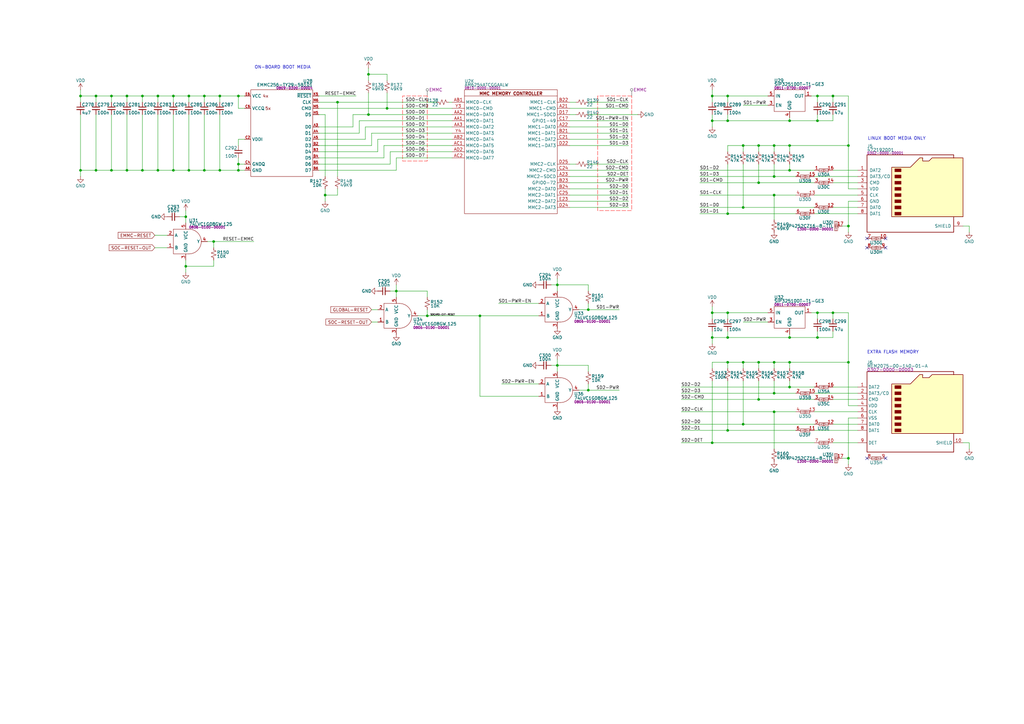
<source format=kicad_sch>
(kicad_sch (version 20250114) (generator "eeschema") (generator_version "9.0")
  (paper "A3")
  (title_block (title "Benchy Motherboard AM625 - EMMC") (rev "REV1") (company "Daxxn Industries") (comment 4 "Small net labels (≤0.65) are for clarity and do not connect to other nets."))
  (lib_symbols
    (symbol "DX_Capacitor_Ceramic:CL03A104KP3NNNC" (pin_numbers (hide yes)) (pin_names (hide yes))
      (property "Reference" "C" (at 2.794 1.778 0))
      (property "Value" "100n" (at 2.794 0 0))
      (symbol "CL03A104KP3NNNC_1_1"
        (pin passive line (at 0 2.54 270) (length 2.032) (name "~") (number "1"))
        (pin passive line (at 0 -2.54 90) (length 2.032) (name "~") (number "2"))
      )
    )
    (symbol "DX_Capacitor_Ceramic:CL05A104KA5NNNC" (pin_numbers (hide yes)) (pin_names (hide yes))
      (property "Reference" "C" (at 2.794 1.778 0))
      (property "Value" "100n" (at 2.794 0 0))
      (symbol "CL05A104KA5NNNC_1_1"
        (pin passive line (at 0 2.54 270) (length 2.032) (name "~") (number "1"))
        (pin passive line (at 0 -2.54 90) (length 2.032) (name "~") (number "2"))
      )
    )
    (symbol "DX_Capacitor_Ceramic:CL05A475MP5NRNC" (pin_numbers (hide yes)) (pin_names (hide yes))
      (property "Reference" "C" (at 2.794 1.778 0))
      (property "Value" "4u7" (at 2.794 0 0))
      (symbol "CL05A475MP5NRNC_1_1"
        (pin passive line (at 0 2.54 270) (length 2.032) (name "~") (number "1"))
        (pin passive line (at 0 -2.54 90) (length 2.032) (name "~") (number "2"))
      )
    )
    (symbol "DX_Capacitor_Ceramic:CL21A106KOQNNNE" (pin_numbers (hide yes)) (pin_names (hide yes))
      (property "Reference" "C" (at 2.794 1.778 0))
      (property "Value" "10u" (at 2.794 0 0))
      (symbol "CL21A106KOQNNNE_1_1"
        (pin passive line (at 0 2.54 270) (length 2.032) (name "~") (number "1"))
        (pin passive line (at 0 -2.54 90) (length 2.032) (name "~") (number "2"))
      )
    )
    (symbol "DX_Capacitor_Ceramic:CL32A476KOJNNNE" (pin_numbers (hide yes)) (pin_names (hide yes))
      (property "Reference" "C" (at 2.794 1.778 0))
      (property "Value" "47u" (at 2.794 0 0))
      (symbol "CL32A476KOJNNNE_1_1"
        (pin passive line (at 0 2.54 270) (length 2.032) (name "~") (number "1"))
        (pin passive line (at 0 -2.54 90) (length 2.032) (name "~") (number "2"))
      )
    )
    (symbol "DX_Connector_CardReader:472192001" (pin_names (offset 1.016))
      (property "Reference" "J" (at -19.05 20.066 0))
      (property "Value" "472192001" (at -19.05 18.542 0))
      (property "PartNumber" "0302-0000-00001" (at -19.05 17.272 0))
      (symbol "472192001_1_1"
        (pin bidirectional line (at -22.86 10.16 0) (length 3.81) (name "DAT2") (number "1"))
        (pin bidirectional line (at -22.86 7.62 0) (length 3.81) (name "DAT3/CD") (number "2"))
        (pin input line (at -22.86 5.08 0) (length 3.81) (name "CMD") (number "3"))
        (pin power_in line (at -22.86 2.54 0) (length 3.81) (name "VDD") (number "4"))
        (pin input line (at -22.86 0 0) (length 3.81) (name "CLK") (number "5"))
        (pin power_in line (at -22.86 -2.54 0) (length 3.81) (name "GND") (number "6"))
        (pin bidirectional line (at -22.86 -5.08 0) (length 3.81) (name "DAT0") (number "7"))
        (pin bidirectional line (at -22.86 -7.62 0) (length 3.81) (name "DAT1") (number "8"))
        (pin passive line (at 20.32 -12.7 180) (length 3.81) (name "SHIELD") (number "9"))
      )
    )
    (symbol "DX_Connector_CardReader:MEM2075-00-140-01-A"
      (property "Reference" "J" (at 0 3.81 0))
      (property "Value" "MEM2075-00-140-01-A" (at 0 2.286 0))
      (property "PartNumber" "0302-0000-00003" (at 0 0.762 0))
      (symbol "MEM2075-00-140-01-A_1_1"
        (pin bidirectional line (at -3.81 -6.35 0) (length 3.81) (name "DAT2") (number "1"))
        (pin bidirectional line (at -3.81 -8.89 0) (length 3.81) (name "DAT3/CD") (number "2"))
        (pin input line (at -3.81 -11.43 0) (length 3.81) (name "CMD") (number "3"))
        (pin power_in line (at -3.81 -13.97 0) (length 3.81) (name "VDD") (number "4"))
        (pin input line (at -3.81 -16.51 0) (length 3.81) (name "CLK") (number "5"))
        (pin power_in line (at -3.81 -19.05 0) (length 3.81) (name "VSS") (number "6"))
        (pin bidirectional line (at -3.81 -21.59 0) (length 3.81) (name "DAT0") (number "7"))
        (pin bidirectional line (at -3.81 -24.13 0) (length 3.81) (name "DAT1") (number "8"))
        (pin passive line (at -3.81 -29.21 0) (length 3.81) (name "DET") (number "9"))
        (pin passive line (at 39.37 -29.21 180) (length 3.81) (name "SHIELD") (number "10"))
      )
    )
    (symbol "DX_IC_Logic_AND:74LVC1G08GW,125"
      (property "Reference" "U" (at 1.27 9.144 0))
      (property "Value" "74LVC1G08GW,125" (at 1.27 7.366 0))
      (property "PartNumber" "0806-0100-00001" (at 1.27 5.842 0))
      (symbol "74LVC1G08GW,125_0_0"
        (pin input line (at -7.62 2.54 0) (length 2.54) (name "A") (number "2"))
        (pin input line (at -7.62 -2.54 0) (length 2.54) (name "B") (number "1"))
        (pin power_in line (at 0 7.62 270) (length 2.54) (name "VCC") (number "5"))
        (pin power_in line (at 0 -7.62 90) (length 2.54) (name "GND") (number "3"))
        (pin output line (at 8.89 0 180) (length 2.54) (name "Y") (number "4"))
      )
    )
    (symbol "DX_IC_MPU:AM6254ATCGGAALW"
      (property "Reference" "U" (at 0 3.556 0))
      (property "Value" "AM6254ATCGGAALW" (at 0 2.032 0))
      (property "PartNumber" "0810-0000-00001" (at 0 0.762 0))
      (symbol "AM6254ATCGGAALW_1_1"
        (text "x62" (at 5.08 -116.84 0) (effects (font (size 1.27 1.27)) (justify left)))
        (text "x2" (at 9.144 -10.16 0) (effects (font (size 1.27 1.27)) (justify left)))
        (text "x2" (at 9.144 -12.7 0) (effects (font (size 1.27 1.27)) (justify left)))
        (text "x2" (at 9.144 -15.24 0) (effects (font (size 1.27 1.27)) (justify left)))
        (text "x4" (at 9.144 -17.78 0) (effects (font (size 1.27 1.27)) (justify left)))
        (text "x4" (at 10.16 -66.04 0) (effects (font (size 1.27 1.27)) (justify left)))
        (text "x17" (at 10.16 -71.12 0) (effects (font (size 1.27 1.27)) (justify left)))
        (text "x8" (at 11.176 -73.66 0) (effects (font (size 1.27 1.27)) (justify left)))
        (text "x2" (at 12.446 -27.94 0) (effects (font (size 1.27 1.27)) (justify left)))
        (text "POWER" (at 12.7 -2.54 0) (effects (font (size 2 2) (bold yes))))
        (text "x2" (at 16.764 -53.34 0) (effects (font (size 1.27 1.27)) (justify left)))
        (pin power_in line (at -5.08 -5.08 0) (length 5.08) (name "VDDA-3P3-USB") (number "Y13"))
        (pin power_in line (at -5.08 -10.16 0) (length 5.08) (name "VDDSHV0") (number "F15"))
        (pin power_in line (at -5.08 -10.16 0) (length 5.08) (hide yes) (name "VDDSHV0") (number "G14"))
        (pin power_in line (at -5.08 -12.7 0) (length 5.08) (hide yes) (name "VDDSHV1") (number "L18"))
        (pin power_in line (at -5.08 -12.7 0) (length 5.08) (name "VDDSHV1") (number "M19"))
        (pin power_in line (at -5.08 -15.24 0) (length 5.08) (hide yes) (name "VDDSHV2") (number "W16"))
        (pin power_in line (at -5.08 -15.24 0) (length 5.08) (name "VDDSHV2") (number "W19"))
        (pin power_in line (at -5.08 -17.78 0) (length 5.08) (hide yes) (name "VDDSHV3") (number "N18"))
        (pin power_in line (at -5.08 -17.78 0) (length 5.08) (hide yes) (name "VDDSHV3") (number "P18"))
        (pin power_in line (at -5.08 -17.78 0) (length 5.08) (name "VDDSHV3") (number "T19"))
        (pin power_in line (at -5.08 -17.78 0) (length 5.08) (hide yes) (name "VDDSHV3") (number "U18"))
        (pin power_in line (at -5.08 -20.32 0) (length 5.08) (name "VDDSHV4") (number "T7"))
        (pin power_in line (at -5.08 -22.86 0) (length 5.08) (name "VDDSHV5") (number "G17"))
        (pin power_in line (at -5.08 -25.4 0) (length 5.08) (name "VDDSHV6") (number "J18"))
        (pin power_in line (at -5.08 -27.94 0) (length 5.08) (name "VDDSHV-MCU") (number "F11"))
        (pin power_in line (at -5.08 -27.94 0) (length 5.08) (hide yes) (name "VDDSHV-MCU") (number "G12"))
        (pin power_in line (at -5.08 -30.48 0) (length 5.08) (name "VDDSHV-CANUART") (number "H9"))
        (pin power_in line (at -5.08 -35.56 0) (length 5.08) (name "VDDA-MCU") (number "L11"))
        (pin power_in line (at -5.08 -38.1 0) (length 5.08) (name "VDDA-PLL0") (number "U11"))
        (pin power_in line (at -5.08 -40.64 0) (length 5.08) (name "VDDA-PLL1") (number "U15"))
        (pin power_in line (at -5.08 -43.18 0) (length 5.08) (name "VDDA-PLL2") (number "L14"))
        (pin power_in line (at -5.08 -45.72 0) (length 5.08) (name "VDDA-TEMP0") (number "T9"))
        (pin power_in line (at -5.08 -48.26 0) (length 5.08) (name "VDDA-TEMP1") (number "G16"))
        (pin power_in line (at -5.08 -50.8 0) (length 5.08) (name "VDDA-1P8-CSIRX0") (number "W14"))
        (pin power_in line (at -5.08 -53.34 0) (length 5.08) (name "VDDA-1P8-OLDI0") (number "W10"))
        (pin power_in line (at -5.08 -53.34 0) (length 5.08) (hide yes) (name "VDDA-1P8-OLDI0") (number "W9"))
        (pin power_in line (at -5.08 -55.88 0) (length 5.08) (name "VDDA-1P8-USB") (number "Y11"))
        (pin power_in line (at -5.08 -58.42 0) (length 5.08) (name "VDDS-OSC0") (number "G7"))
        (pin power_in line (at -5.08 -63.5 0) (length 5.08) (name "VDDS-DDR-C") (number "M9"))
        (pin power_in line (at -5.08 -66.04 0) (length 5.08) (name "VDDS-DDR") (number "K9"))
        (pin power_in line (at -5.08 -66.04 0) (length 5.08) (hide yes) (name "VDDS-DDR") (number "L8"))
        (pin power_in line (at -5.08 -66.04 0) (length 5.08) (hide yes) (name "VDDS-DDR") (number "P9"))
        (pin power_in line (at -5.08 -66.04 0) (length 5.08) (hide yes) (name "VDDS-DDR") (number "R8"))
        (pin power_in line (at -5.08 -71.12 0) (length 5.08) (name "VDD_CORE") (number "H8"))
        (pin power_in line (at -5.08 -71.12 0) (length 5.08) (hide yes) (name "VDD_CORE") (number "J11"))
        (pin power_in line (at -5.08 -71.12 0) (length 5.08) (hide yes) (name "VDD_CORE") (number "J14"))
        (pin power_in line (at -5.08 -71.12 0) (length 5.08) (hide yes) (name "VDD_CORE") (number "K17"))
        (pin power_in line (at -5.08 -71.12 0) (length 5.08) (hide yes) (name "VDD_CORE") (number "L12"))
        (pin power_in line (at -5.08 -71.12 0) (length 5.08) (hide yes) (name "VDD_CORE") (number "L15"))
        (pin power_in line (at -5.08 -71.12 0) (length 5.08) (hide yes) (name "VDD_CORE") (number "M16"))
        (pin power_in line (at -5.08 -71.12 0) (length 5.08) (hide yes) (name "VDD_CORE") (number "N11"))
        (pin power_in line (at -5.08 -71.12 0) (length 5.08) (hide yes) (name "VDD_CORE") (number "N13"))
        (pin power_in line (at -5.08 -71.12 0) (length 5.08) (hide yes) (name "VDD_CORE") (number "N8"))
        (pin power_in line (at -5.08 -71.12 0) (length 5.08) (hide yes) (name "VDD_CORE") (number "P17"))
        (pin power_in line (at -5.08 -71.12 0) (length 5.08) (hide yes) (name "VDD_CORE") (number "R11"))
        (pin power_in line (at -5.08 -71.12 0) (length 5.08) (hide yes) (name "VDD_CORE") (number "R14"))
        (pin power_in line (at -5.08 -71.12 0) (length 5.08) (hide yes) (name "VDD_CORE") (number "U12"))
        (pin power_in line (at -5.08 -71.12 0) (length 5.08) (hide yes) (name "VDD_CORE") (number "V15"))
        (pin power_in line (at -5.08 -71.12 0) (length 5.08) (hide yes) (name "VDD_CORE") (number "V17"))
        (pin power_in line (at -5.08 -71.12 0) (length 5.08) (hide yes) (name "VDD_CORE") (number "V8"))
        (pin power_in line (at -5.08 -73.66 0) (length 5.08) (name "VDDR-CORE") (number "J12"))
        (pin power_in line (at -5.08 -73.66 0) (length 5.08) (hide yes) (name "VDDR-CORE") (number "K16"))
        (pin power_in line (at -5.08 -73.66 0) (length 5.08) (hide yes) (name "VDDR-CORE") (number "N12"))
        (pin power_in line (at -5.08 -73.66 0) (length 5.08) (hide yes) (name "VDDR-CORE") (number "N14"))
        (pin power_in line (at -5.08 -73.66 0) (length 5.08) (hide yes) (name "VDDR-CORE") (number "P16"))
        (pin power_in line (at -5.08 -73.66 0) (length 5.08) (hide yes) (name "VDDR-CORE") (number "R12"))
        (pin power_in line (at -5.08 -73.66 0) (length 5.08) (hide yes) (name "VDDR-CORE") (number "T10"))
        (pin power_in line (at -5.08 -73.66 0) (length 5.08) (hide yes) (name "VDDR-CORE") (number "U14"))
        (pin power_in line (at -5.08 -76.2 0) (length 5.08) (name "VDD-CANUART") (number "F8"))
        (pin power_in line (at -5.08 -78.74 0) (length 5.08) (name "VDDA-CORE-CSIRX0") (number "W13"))
        (pin power_in line (at -5.08 -81.28 0) (length 5.08) (name "VDDA-CORE-USB") (number "W12"))
        (pin power_in line (at -5.08 -86.36 0) (length 5.08) (name "CAP-VDDS-CANUART") (number "G9"))
        (pin power_in line (at -5.08 -88.9 0) (length 5.08) (name "CAP-VDDS0") (number "H15"))
        (pin power_in line (at -5.08 -91.44 0) (length 5.08) (name "CAP-VDDS1") (number "K18"))
        (pin power_in line (at -5.08 -93.98 0) (length 5.08) (name "CAP-VDDS2") (number "W17"))
        (pin power_in line (at -5.08 -96.52 0) (length 5.08) (name "CAP-VDDS3") (number "P19"))
        (pin power_in line (at -5.08 -99.06 0) (length 5.08) (name "CAP-VDDS4") (number "U7"))
        (pin power_in line (at -5.08 -101.6 0) (length 5.08) (name "CAP-VDDS5") (number "H17"))
        (pin power_in line (at -5.08 -104.14 0) (length 5.08) (name "CAP-VDDS6") (number "J19"))
        (pin power_in line (at -5.08 -106.68 0) (length 5.08) (name "CAP-VDDS-MCU") (number "H11"))
        (pin power_in line (at -5.08 -116.84 0) (length 5.08) (name "VSS") (number "A1"))
        (pin power_in line (at -5.08 -116.84 0) (length 5.08) (hide yes) (name "VSS") (number "A24"))
        (pin power_in line (at -5.08 -116.84 0) (length 5.08) (hide yes) (name "VSS") (number "A25"))
        (pin power_in line (at -5.08 -116.84 0) (length 5.08) (hide yes) (name "VSS") (number "AA11"))
        (pin power_in line (at -5.08 -116.84 0) (length 5.08) (hide yes) (name "VSS") (number "AB9"))
        (pin power_in line (at -5.08 -116.84 0) (length 5.08) (hide yes) (name "VSS") (number "AD1"))
        (pin power_in line (at -5.08 -116.84 0) (length 5.08) (hide yes) (name "VSS") (number "AD12"))
        (pin power_in line (at -5.08 -116.84 0) (length 5.08) (hide yes) (name "VSS") (number "AD16"))
        (pin power_in line (at -5.08 -116.84 0) (length 5.08) (hide yes) (name "VSS") (number "AD25"))
        (pin power_in line (at -5.08 -116.84 0) (length 5.08) (hide yes) (name "VSS") (number "AD9"))
        (pin power_in line (at -5.08 -116.84 0) (length 5.08) (hide yes) (name "VSS") (number "AE1"))
        (pin power_in line (at -5.08 -116.84 0) (length 5.08) (hide yes) (name "VSS") (number "AE12"))
        (pin power_in line (at -5.08 -116.84 0) (length 5.08) (hide yes) (name "VSS") (number "AE16"))
        (pin power_in line (at -5.08 -116.84 0) (length 5.08) (hide yes) (name "VSS") (number "AE24"))
        (pin power_in line (at -5.08 -116.84 0) (length 5.08) (hide yes) (name "VSS") (number "AE25"))
        (pin power_in line (at -5.08 -116.84 0) (length 5.08) (hide yes) (name "VSS") (number "AE8"))
        (pin power_in line (at -5.08 -116.84 0) (length 5.08) (hide yes) (name "VSS") (number "B25"))
        (pin power_in line (at -5.08 -116.84 0) (length 5.08) (hide yes) (name "VSS") (number "F13"))
        (pin power_in line (at -5.08 -116.84 0) (length 5.08) (hide yes) (name "VSS") (number "G13"))
        (pin power_in line (at -5.08 -116.84 0) (length 5.08) (hide yes) (name "VSS") (number "G19"))
        (pin power_in line (at -5.08 -116.84 0) (length 5.08) (hide yes) (name "VSS") (number "H13"))
        (pin power_in line (at -5.08 -116.84 0) (length 5.08) (hide yes) (name "VSS") (number "H16"))
        (pin power_in line (at -5.08 -116.84 0) (length 5.08) (hide yes) (name "VSS") (number "H18"))
        (pin power_in line (at -5.08 -116.84 0) (length 5.08) (hide yes) (name "VSS") (number "H20"))
        (pin power_in line (at -5.08 -116.84 0) (length 5.08) (hide yes) (name "VSS") (number "J13"))
        (pin power_in line (at -5.08 -116.84 0) (length 5.08) (hide yes) (name "VSS") (number "J7"))
        (pin power_in line (at -5.08 -116.84 0) (length 5.08) (hide yes) (name "VSS") (number "K13"))
        (pin power_in line (at -5.08 -116.84 0) (length 5.08) (hide yes) (name "VSS") (number "K15"))
        (pin power_in line (at -5.08 -116.84 0) (length 5.08) (hide yes) (name "VSS") (number "K19"))
        (pin power_in line (at -5.08 -116.84 0) (length 5.08) (hide yes) (name "VSS") (number "K7"))
        (pin power_in line (at -5.08 -116.84 0) (length 5.08) (hide yes) (name "VSS") (number "L20"))
        (pin power_in line (at -5.08 -116.84 0) (length 5.08) (hide yes) (name "VSS") (number "M10"))
        (pin power_in line (at -5.08 -116.84 0) (length 5.08) (hide yes) (name "VSS") (number "M12"))
        (pin power_in line (at -5.08 -116.84 0) (length 5.08) (hide yes) (name "VSS") (number "M13"))
        (pin power_in line (at -5.08 -116.84 0) (length 5.08) (hide yes) (name "VSS") (number "M17"))
        (pin power_in line (at -5.08 -116.84 0) (length 5.08) (hide yes) (name "VSS") (number "M18"))
        (pin power_in line (at -5.08 -116.84 0) (length 5.08) (hide yes) (name "VSS") (number "M7"))
        (pin power_in line (at -5.08 -116.84 0) (length 5.08) (hide yes) (name "VSS") (number "M8"))
        (pin power_in line (at -5.08 -116.84 0) (length 5.08) (hide yes) (name "VSS") (number "N15"))
        (pin power_in line (at -5.08 -116.84 0) (length 5.08) (hide yes) (name "VSS") (number "P10"))
        (pin power_in line (at -5.08 -116.84 0) (length 5.08) (hide yes) (name "VSS") (number "P13"))
        (pin power_in line (at -5.08 -116.84 0) (length 5.08) (hide yes) (name "VSS") (number "P7"))
        (pin power_in line (at -5.08 -116.84 0) (length 5.08) (hide yes) (name "VSS") (number "R13"))
        (pin power_in line (at -5.08 -116.84 0) (length 5.08) (hide yes) (name "VSS") (number "R15"))
        (pin power_in line (at -5.08 -116.84 0) (length 5.08) (hide yes) (name "VSS") (number "R18"))
        (pin power_in line (at -5.08 -116.84 0) (length 5.08) (hide yes) (name "VSS") (number "R20"))
        (pin power_in line (at -5.08 -116.84 0) (length 5.08) (hide yes) (name "VSS") (number "T13"))
        (pin power_in line (at -5.08 -116.84 0) (length 5.08) (hide yes) (name "VSS") (number "T14"))
        (pin power_in line (at -5.08 -116.84 0) (length 5.08) (hide yes) (name "VSS") (number "T16"))
        (pin power_in line (at -5.08 -116.84 0) (length 5.08) (hide yes) (name "VSS") (number "T17"))
        (pin power_in line (at -5.08 -116.84 0) (length 5.08) (hide yes) (name "VSS") (number "T18"))
        (pin power_in line (at -5.08 -116.84 0) (length 5.08) (hide yes) (name "VSS") (number "T8"))
        (pin power_in line (at -5.08 -116.84 0) (length 5.08) (hide yes) (name "VSS") (number "U19"))
        (pin power_in line (at -5.08 -116.84 0) (length 5.08) (hide yes) (name "VSS") (number "U8"))
        (pin power_in line (at -5.08 -116.84 0) (length 5.08) (hide yes) (name "VSS") (number "V10"))
        (pin power_in line (at -5.08 -116.84 0) (length 5.08) (hide yes) (name "VSS") (number "V11"))
        (pin power_in line (at -5.08 -116.84 0) (length 5.08) (hide yes) (name "VSS") (number "V13"))
        (pin power_in line (at -5.08 -116.84 0) (length 5.08) (hide yes) (name "VSS") (number "V16"))
        (pin power_in line (at -5.08 -116.84 0) (length 5.08) (hide yes) (name "VSS") (number "V18"))
        (pin power_in line (at -5.08 -116.84 0) (length 5.08) (hide yes) (name "VSS") (number "V9"))
        (pin power_in line (at -5.08 -116.84 0) (length 5.08) (hide yes) (name "VSS") (number "W7"))
        (pin power_in line (at -5.08 -116.84 0) (length 5.08) (hide yes) (name "VSS") (number "Y2"))
        (pin no_connect line (at 11.43 38.1 0) (length 5.08) (hide yes) (name "RSVD0") (number "B1"))
        (pin no_connect line (at 11.43 35.56 0) (length 5.08) (hide yes) (name "RSVD1") (number "A2"))
        (pin no_connect line (at 11.43 33.02 0) (length 5.08) (hide yes) (name "RSVD2") (number "F6"))
        (pin no_connect line (at 11.43 30.48 0) (length 5.08) (hide yes) (name "RSVD3") (number "AE2"))
        (pin no_connect line (at 11.43 27.94 0) (length 5.08) (hide yes) (name "RSVD4") (number "T2"))
        (pin no_connect line (at 11.43 25.4 0) (length 5.08) (hide yes) (name "RSVD5") (number "U4"))
        (pin no_connect line (at 11.43 22.86 0) (length 5.08) (hide yes) (name "RSVD6") (number "AA12"))
        (pin no_connect line (at 11.43 20.32 0) (length 5.08) (hide yes) (name "RSVD7") (number "Y15"))
        (pin no_connect line (at 11.43 17.78 0) (length 5.08) (hide yes) (name "RSVD8") (number "E7"))
        (pin power_in line (at 30.48 -6.35 180) (length 5.08) (name "VPP") (number "J8"))
      )
      (symbol "AM6254ATCGGAALW_2_1"
        (text "CONTROL" (at 19.05 -1.27 0) (effects (font (size 1.27 1.27) (bold yes))))
        (text "MCU" (at 19.05 -24.384 0) (effects (font (size 1.27 1.27) (bold yes))))
        (pin input line (at -5.08 -3.81 0) (length 5.08) (name "~{RESET-REQ}") (number "F20"))
        (pin input line (at -5.08 -6.35 0) (length 5.08) (name "MCU-~{RESET}") (number "E11"))
        (pin input line (at -5.08 -11.43 0) (length 5.08) (name "EXTINTn") (number "D16"))
        (pin input line (at -5.08 -15.24 0) (length 5.08) (name "EXT-REFCLK1") (number "A18"))
        (pin input line (at -5.08 -20.32 0) (length 5.08) (name "~{MCU-POR}") (number "D2"))
        (pin input line (at -5.08 -30.48 0) (length 5.08) (name "MCU-OSC0-XI") (number "B2"))
        (pin output line (at -5.08 -33.02 0) (length 5.08) (name "MCU-OSC0-XO") (number "A3"))
        (pin input line (at -5.08 -40.64 0) (length 5.08) (name "WKUP-LFOSC0-XI") (number "C2"))
        (pin output line (at -5.08 -43.18 0) (length 5.08) (name "WKUP-LFOSC0-XO") (number "C1"))
        (pin bidirectional line (at -5.08 -50.8 0) (length 5.08) (name "MCU-UART0-TXD") (number "A5"))
        (pin input line (at -5.08 -53.34 0) (length 5.08) (name "MCU-UART0-RXD") (number "B5"))
        (pin bidirectional line (at -5.08 -55.88 0) (length 5.08) (name "MCU-UART0-CTSn") (number "A6"))
        (pin output line (at -5.08 -58.42 0) (length 5.08) (name "MCU-UART0-RTSn") (number "B6"))
        (pin output line (at 43.18 -3.81 180) (length 5.08) (name "~{RESETSTA}") (number "F22"))
        (pin output line (at 43.18 -6.35 180) (length 5.08) (name "MCU-~{RESET-STAT}") (number "B12"))
        (pin output line (at 43.18 -11.43 180) (length 5.08) (name "PMIC-LPM-EN0") (number "B7"))
        (pin bidirectional line (at 43.18 -15.24 180) (length 5.08) (name "MCU-~{ERROR}") (number "D1"))
        (pin output line (at 43.18 -20.32 180) (length 5.08) (name "~{POR}-OUT") (number "E21"))
        (pin bidirectional line (at 43.18 -27.94 180) (length 5.08) (name "MCU-I2C0-SCL") (number "A8"))
        (pin bidirectional line (at 43.18 -30.48 180) (length 5.08) (name "MCU-I2C0-SDA") (number "D10"))
        (pin input line (at 43.18 -35.56 180) (length 5.08) (name "MCU-MCAN0-RX") (number "B3"))
        (pin output line (at 43.18 -38.1 180) (length 5.08) (name "MCU-MCAN0-TX") (number "D6"))
        (pin input line (at 43.18 -40.64 180) (length 5.08) (name "MCU-MCAN1-RX") (number "D4"))
        (pin output line (at 43.18 -43.18 180) (length 5.08) (name "MCU-MCAN1-TX") (number "E5"))
        (pin bidirectional line (at 43.18 -48.26 180) (length 5.08) (name "MCU-SPI0-CLK") (number "A7"))
        (pin bidirectional line (at 43.18 -50.8 180) (length 5.08) (name "MCU-SPI0-D0") (number "D9"))
        (pin bidirectional line (at 43.18 -53.34 180) (length 5.08) (name "MCU-SPI0-D1") (number "C9"))
        (pin bidirectional line (at 43.18 -55.88 180) (length 5.08) (name "MCU-SPI0-CS0") (number "E8"))
        (pin bidirectional line (at 43.18 -58.42 180) (length 5.08) (name "MCU-SPI0-CS1") (number "B8"))
      )
      (symbol "AM6254ATCGGAALW_3_1"
        (text "DEBUG" (at 6.35 -1.524 0) (effects (font (size 1.27 1.27) (bold yes))))
        (pin bidirectional line (at -5.08 -5.08 0) (length 5.08) (name "EMU0") (number "E12"))
        (pin bidirectional line (at -5.08 -7.62 0) (length 5.08) (name "EMU1") (number "C11"))
        (pin input line (at -5.08 -12.7 0) (length 5.08) (name "TCK") (number "A10"))
        (pin input line (at -5.08 -15.24 0) (length 5.08) (name "TDI") (number "A11"))
        (pin output line (at -5.08 -17.78 0) (length 5.08) (name "TDO") (number "D12"))
        (pin input line (at -5.08 -20.32 0) (length 5.08) (name "TMS") (number "B11"))
        (pin input line (at -5.08 -22.86 0) (length 5.08) (name "~{TRST}") (number "B10"))
      )
      (symbol "AM6254ATCGGAALW_4_1"
        (text "DDR MEMORY" (at 25.4 -1.524 0) (effects (font (size 1.27 1.27) (bold yes))))
        (pin bidirectional line (at -5.08 -10.16 0) (length 5.08) (name "DDR0-~{ALERT}") (number "R3"))
        (pin output line (at -5.08 -12.7 0) (length 5.08) (name "DDR0-~{CAS}") (number "M4"))
        (pin output line (at -5.08 -15.24 0) (length 5.08) (name "DDR0-PAR") (number "T1"))
        (pin output line (at -5.08 -17.78 0) (length 5.08) (name "DDR0-~{WE}") (number "N3"))
        (pin output line (at -5.08 -20.32 0) (length 5.08) (name "DDR0-~{RAS}") (number "M5"))
        (pin output line (at -5.08 -22.86 0) (length 5.08) (name "DDR0-~{ACT}") (number "N6"))
        (pin output line (at -5.08 -25.4 0) (length 5.08) (name "DDR0-~{RESET0}") (number "G1"))
        (pin output line (at -5.08 -33.02 0) (length 5.08) (name "DDR0-CK0+") (number "L1"))
        (pin output line (at -5.08 -35.56 0) (length 5.08) (name "DDR0-CK0-") (number "L2"))
        (pin output line (at -5.08 -40.64 0) (length 5.08) (name "DDR0-~{CS0}") (number "L6"))
        (pin output line (at -5.08 -43.18 0) (length 5.08) (name "DDR0-~{CS1}") (number "K2"))
        (pin output line (at -5.08 -48.26 0) (length 5.08) (name "DDR0-BA0") (number "M1"))
        (pin output line (at -5.08 -50.8 0) (length 5.08) (name "DDR0-BA1") (number "N1"))
        (pin output line (at -5.08 -58.42 0) (length 5.08) (name "DDR0-CKE0") (number "H2"))
        (pin output line (at -5.08 -60.96 0) (length 5.08) (name "DDR0-CKE1") (number "J4"))
        (pin bidirectional line (at -5.08 -66.04 0) (length 5.08) (name "DDR0-DM0") (number "H5"))
        (pin bidirectional line (at -5.08 -68.58 0) (length 5.08) (name "DDR0-DM1") (number "W5"))
        (pin output line (at -5.08 -73.66 0) (length 5.08) (name "DDR0-BG0") (number "T4"))
        (pin output line (at -5.08 -76.2 0) (length 5.08) (name "DDR0-BG1") (number "N2"))
        (pin output line (at -5.08 -81.28 0) (length 5.08) (name "DDR0-ODT0") (number "H1"))
        (pin output line (at -5.08 -83.82 0) (length 5.08) (name "DDR0-ODT1") (number "J3"))
        (pin passive line (at -5.08 -93.98 0) (length 5.08) (name "DDR0-CAL0") (number "M2"))
        (pin output line (at 55.88 -5.08 180) (length 5.08) (name "DDR0-A0") (number "J1"))
        (pin output line (at 55.88 -7.62 180) (length 5.08) (name "DDR0-A1") (number "J2"))
        (pin output line (at 55.88 -10.16 180) (length 5.08) (name "DDR0-A2") (number "K3"))
        (pin output line (at 55.88 -12.7 180) (length 5.08) (name "DDR0-A3") (number "L5"))
        (pin output line (at 55.88 -15.24 180) (length 5.08) (name "DDR0-A4") (number "K4"))
        (pin output line (at 55.88 -17.78 180) (length 5.08) (name "DDR0-A5") (number "K1"))
        (pin output line (at 55.88 -20.32 180) (length 5.08) (name "DDR0-A6") (number "R2"))
        (pin output line (at 55.88 -22.86 180) (length 5.08) (name "DDR0-A7") (number "P2"))
        (pin output line (at 55.88 -25.4 180) (length 5.08) (name "DDR0-A8") (number "P1"))
        (pin output line (at 55.88 -27.94 180) (length 5.08) (name "DDR0-A9") (number "P4"))
        (pin output line (at 55.88 -30.48 180) (length 5.08) (name "DDR0-A10") (number "R5"))
        (pin output line (at 55.88 -33.02 180) (length 5.08) (name "DDR0-A11") (number "P5"))
        (pin output line (at 55.88 -35.56 180) (length 5.08) (name "DDR0-A12") (number "R6"))
        (pin output line (at 55.88 -38.1 180) (length 5.08) (name "DDR0-A13") (number "R1"))
        (pin bidirectional line (at 55.88 -45.72 180) (length 5.08) (name "DDR0-DQ0") (number "F4"))
        (pin bidirectional line (at 55.88 -48.26 180) (length 5.08) (name "DDR0-DQ1") (number "G5"))
        (pin bidirectional line (at 55.88 -50.8 180) (length 5.08) (name "DDR0-DQ2") (number "F3"))
        (pin bidirectional line (at 55.88 -53.34 180) (length 5.08) (name "DDR0-DQ3") (number "H6"))
        (pin bidirectional line (at 55.88 -55.88 180) (length 5.08) (name "DDR0-DQ4") (number "E3"))
        (pin bidirectional line (at 55.88 -58.42 180) (length 5.08) (name "DDR0-DQ5") (number "G2"))
        (pin bidirectional line (at 55.88 -60.96 180) (length 5.08) (name "DDR0-DQ6") (number "F2"))
        (pin bidirectional line (at 55.88 -63.5 180) (length 5.08) (name "DDR0-DQ7") (number "F1"))
        (pin bidirectional line (at 55.88 -66.04 180) (length 5.08) (name "DDR0-DQS0+") (number "E1"))
        (pin bidirectional line (at 55.88 -68.58 180) (length 5.08) (name "DDR0-DQS0-") (number "E2"))
        (pin bidirectional line (at 55.88 -71.12 180) (length 5.08) (name "DDR0-DQ8") (number "U1"))
        (pin bidirectional line (at 55.88 -73.66 180) (length 5.08) (name "DDR0-DQ9") (number "U3"))
        (pin bidirectional line (at 55.88 -76.2 180) (length 5.08) (name "DDR0-DQ10") (number "U2"))
        (pin bidirectional line (at 55.88 -78.74 180) (length 5.08) (name "DDR0-DQ11") (number "V5"))
        (pin bidirectional line (at 55.88 -81.28 180) (length 5.08) (name "DDR0-DQ12") (number "W2"))
        (pin bidirectional line (at 55.88 -83.82 180) (length 5.08) (name "DDR0-DQ13") (number "V6"))
        (pin bidirectional line (at 55.88 -86.36 180) (length 5.08) (name "DDR0-DQ14") (number "Y1"))
        (pin bidirectional line (at 55.88 -88.9 180) (length 5.08) (name "DDR0-DQ15") (number "W1"))
        (pin bidirectional line (at 55.88 -91.44 180) (length 5.08) (name "DDR0-DQS1+") (number "V1"))
        (pin bidirectional line (at 55.88 -93.98 180) (length 5.08) (name "DDR0-DQS1-") (number "V2"))
      )
      (symbol "AM6254ATCGGAALW_5_1"
        (text "POWER MONITORS" (at 10.16 -1.524 0) (effects (font (size 1.27 1.27) (bold yes))))
        (pin input line (at -5.08 -5.08 0) (length 5.08) (name "VMON-1P8-SOC") (number "G10"))
        (pin input line (at -5.08 -10.16 0) (length 5.08) (name "VMON-3P3-SOC") (number "K10"))
        (pin input line (at -5.08 -15.24 0) (length 5.08) (name "VMON-VSYS") (number "H10"))
      )
      (symbol "AM6254ATCGGAALW_6_1"
        (text "ETHERNET" (at 19.05 -1.524 0) (effects (font (size 1.27 1.27) (bold yes))))
        (pin input line (at -5.08 -5.08 0) (length 5.08) (name "RGMII1-RXC") (number "AD17"))
        (pin input line (at -5.08 -7.62 0) (length 5.08) (name "RGMII1-RX-CTL") (number "AE17"))
        (pin output line (at -5.08 -10.16 0) (length 5.08) (name "RGMII1-TXC") (number "AE19"))
        (pin output line (at -5.08 -12.7 0) (length 5.08) (name "RGMII1-TX-CTL") (number "AD19"))
        (pin input line (at -5.08 -16.51 0) (length 5.08) (name "RGMII1-RD0") (number "AB17"))
        (pin input line (at -5.08 -19.05 0) (length 5.08) (name "RGMII1-RD1") (number "AC17"))
        (pin input line (at -5.08 -21.59 0) (length 5.08) (name "RGMII1-RD2") (number "AB16"))
        (pin input line (at -5.08 -24.13 0) (length 5.08) (name "RGMII1-RD3") (number "AA15"))
        (pin output line (at -5.08 -27.94 0) (length 5.08) (name "RGMII1-TD0") (number "AE20"))
        (pin output line (at -5.08 -30.48 0) (length 5.08) (name "RGMII1-TD1") (number "AD20"))
        (pin output line (at -5.08 -33.02 0) (length 5.08) (name "RGMII1-TD2") (number "AE18"))
        (pin output line (at -5.08 -35.56 0) (length 5.08) (name "RGMII1-TD3") (number "AD18"))
        (pin input line (at 43.18 -5.08 180) (length 5.08) (name "RGMII2-RXC") (number "AD23"))
        (pin input line (at 43.18 -7.62 180) (length 5.08) (name "RGMII2-RX-CTL") (number "AD22"))
        (pin output line (at 43.18 -10.16 180) (length 5.08) (name "RGMII2-TXC") (number "AE21"))
        (pin output line (at 43.18 -12.7 180) (length 5.08) (name "RGMII2-TX-CTL") (number "AA19"))
        (pin input line (at 43.18 -16.51 180) (length 5.08) (name "RGMII2-RD0") (number "AE23"))
        (pin input line (at 43.18 -19.05 180) (length 5.08) (name "RGMII2-RD1") (number "AB20"))
        (pin input line (at 43.18 -21.59 180) (length 5.08) (name "RGMII2-RD2") (number "AC21"))
        (pin input line (at 43.18 -24.13 180) (length 5.08) (name "RGMII2-RD3") (number "AE22"))
        (pin output line (at 43.18 -27.94 180) (length 5.08) (name "RGMII2-TD0") (number "Y18"))
        (pin output line (at 43.18 -30.48 180) (length 5.08) (name "RGMII2-TD1") (number "AA18"))
        (pin output line (at 43.18 -33.02 180) (length 5.08) (name "RGMII2-TD2") (number "AD21"))
        (pin output line (at 43.18 -35.56 180) (length 5.08) (name "RGMII2-TD3") (number "AC20"))
        (pin output line (at 43.18 -40.64 180) (length 5.08) (name "MDIO0-MDC") (number "AD24"))
        (pin bidirectional line (at 43.18 -43.18 180) (length 5.08) (name "MDIO0-MDIO") (number "AB22"))
      )
      (symbol "AM6254ATCGGAALW_7_1"
        (text "USB" (at 11.43 -1.27 0) (effects (font (size 1.27 1.27) (bold yes))))
        (pin input line (at 27.94 -3.81 180) (length 5.08) (name "USB0-VBUS") (number "AC11"))
        (pin bidirectional line (at 27.94 -11.43 180) (length 5.08) (name "USB0-D+") (number "AD11"))
        (pin bidirectional line (at 27.94 -13.97 180) (length 5.08) (name "USB0-D-") (number "AE11"))
        (pin output line (at 27.94 -21.59 180) (length 5.08) (name "USB0-DRVVBUS") (number "C20"))
        (pin input line (at 27.94 -24.13 180) (length 5.08) (name "USB0-RCALIB") (number "AE10"))
        (pin input line (at 27.94 -31.75 180) (length 5.08) (name "USB1-VBUS") (number "AB10"))
        (pin bidirectional line (at 27.94 -39.37 180) (length 5.08) (name "USB1-D+") (number "AE9"))
        (pin bidirectional line (at 27.94 -41.91 180) (length 5.08) (name "USB1-D-") (number "AD10"))
        (pin output line (at 27.94 -49.53 180) (length 5.08) (name "USB1-DRVVBUS") (number "F18"))
        (pin input line (at 27.94 -52.07 180) (length 5.08) (name "USB1-RCALIB") (number "AC9"))
      )
      (symbol "AM6254ATCGGAALW_8_1"
        (text "CAMERA" (at 8.89 -2.54 0) (effects (font (size 1.27 1.27) (bold yes))))
        (pin input line (at -5.08 -5.08 0) (length 5.08) (name "CSI0-RX0+") (number "AC15"))
        (pin input line (at -5.08 -7.62 0) (length 5.08) (name "CSI0-RX0-") (number "AB14"))
        (pin input line (at -5.08 -12.7 0) (length 5.08) (name "CSI0-RX1+") (number "AE14"))
        (pin input line (at -5.08 -15.24 0) (length 5.08) (name "CSI0-RX1-") (number "AD14"))
        (pin input line (at -5.08 -20.32 0) (length 5.08) (name "CSI0-RX2+") (number "AE13"))
        (pin input line (at -5.08 -22.86 0) (length 5.08) (name "CSI0-RX2-") (number "AD13"))
        (pin input line (at -5.08 -27.94 0) (length 5.08) (name "CSI0-RX3+") (number "AC13"))
        (pin input line (at -5.08 -30.48 0) (length 5.08) (name "CSI0-RX3-") (number "AB12"))
        (pin input line (at -5.08 -35.56 0) (length 5.08) (name "CSI0-RXCLK+") (number "AE15"))
        (pin input line (at -5.08 -38.1 0) (length 5.08) (name "CSI0-RXCLK-") (number "AD15"))
        (pin input line (at -5.08 -43.18 0) (length 5.08) (name "CSI0-RXRCALIB") (number "AA14"))
      )
      (symbol "AM6254ATCGGAALW_9_1"
        (text "OCTAL SPI MEMORY" (at 11.43 -1.524 0) (effects (font (size 1.27 1.27) (bold yes))))
        (pin output line (at -5.08 -5.08 0) (length 5.08) (name "OSPI0-CLK") (number "H24"))
        (pin bidirectional line (at -5.08 -7.62 0) (length 5.08) (name "OSPI0-LBCLKO") (number "G25"))
        (pin input line (at -5.08 -10.16 0) (length 5.08) (name "OSPI0-DQS") (number "J24"))
        (pin output line (at -5.08 -17.78 0) (length 5.08) (name "OSPI0-~{CS}0") (number "F23"))
        (pin output line (at -5.08 -20.32 0) (length 5.08) (name "OSPI0-~{CS}1") (number "G21") (alternate "GPIO0-12" bidirectional line))
        (pin output line (at -5.08 -22.86 0) (length 5.08) (name "OSPI0-~{CS}2") (number "H21") (alternate "GPIO0-13" bidirectional line))
        (pin output line (at -5.08 -25.4 0) (length 5.08) (name "OSPI0-~{CS}3") (number "E24") (alternate "OSPI0-RESET-OUT0" output line))
        (pin bidirectional line (at -5.08 -30.48 0) (length 5.08) (name "OSPI0-D0") (number "E25"))
        (pin bidirectional line (at -5.08 -33.02 0) (length 5.08) (name "OSPI0-D1") (number "G24"))
        (pin bidirectional line (at -5.08 -35.56 0) (length 5.08) (name "OSPI0-D2") (number "F25"))
        (pin bidirectional line (at -5.08 -38.1 0) (length 5.08) (name "OSPI0-D3") (number "F24"))
        (pin bidirectional line (at -5.08 -40.64 0) (length 5.08) (name "OSPI0-D4") (number "J23"))
        (pin bidirectional line (at -5.08 -43.18 0) (length 5.08) (name "OSPI0-D5") (number "J25"))
        (pin bidirectional line (at -5.08 -45.72 0) (length 5.08) (name "OSPI0-D6") (number "H25"))
        (pin bidirectional line (at -5.08 -48.26 0) (length 5.08) (name "OSPI0-D7") (number "J22"))
      )
      (symbol "AM6254ATCGGAALW_10_1"
        (text "GENERAL SERIAL INTERFACES" (at 19.05 -1.524 0) (effects (font (size 1.27 1.27) (bold yes))))
        (pin bidirectional line (at -5.08 -5.08 0) (length 5.08) (name "GPMC0-AD0") (number "M25") (alternate "GPIO0-15" bidirectional line))
        (pin bidirectional line (at -5.08 -7.62 0) (length 5.08) (name "GPMC0-AD1") (number "N23") (alternate "GPIO0-16" bidirectional line))
        (pin bidirectional line (at -5.08 -10.16 0) (length 5.08) (name "GPMC0-AD2") (number "N24") (alternate "GPIO0-17" bidirectional line))
        (pin bidirectional line (at -5.08 -12.7 0) (length 5.08) (name "GPMC0-AD3") (number "N25") (alternate "GPIO0-18" bidirectional line))
        (pin bidirectional line (at -5.08 -15.24 0) (length 5.08) (name "GPMC0-AD4") (number "P24") (alternate "GPIO0-19" bidirectional line))
        (pin bidirectional line (at -5.08 -17.78 0) (length 5.08) (name "GPMC0-AD5") (number "P22") (alternate "GPIO0-20" bidirectional line))
        (pin bidirectional line (at -5.08 -20.32 0) (length 5.08) (name "GPMC0-AD6") (number "P21") (alternate "GPIO0-21" bidirectional line))
        (pin bidirectional line (at -5.08 -22.86 0) (length 5.08) (name "GPMC0-AD7") (number "R23") (alternate "GPIO0-22" bidirectional line))
        (pin bidirectional line (at -5.08 -25.4 0) (length 5.08) (name "GPMC0-AD8") (number "R24") (alternate "VOUT0-DATA16" output line))
        (pin bidirectional line (at -5.08 -27.94 0) (length 5.08) (name "GPMC0-AD9") (number "R25") (alternate "VOUT0-DATA17" output line))
        (pin bidirectional line (at -5.08 -30.48 0) (length 5.08) (name "GPMC0-AD10") (number "T25") (alternate "VOUT0-DATA18" output line))
        (pin bidirectional line (at -5.08 -33.02 0) (length 5.08) (name "GPMC0-AD11") (number "R21") (alternate "VOUT0-DATA19" output line))
        (pin bidirectional line (at -5.08 -35.56 0) (length 5.08) (name "GPMC0-AD12") (number "T22") (alternate "VOUT0-DATA20" output line))
        (pin bidirectional line (at -5.08 -38.1 0) (length 5.08) (name "GPMC0-AD13") (number "T24") (alternate "VOUT0-DATA21" output line))
        (pin bidirectional line (at -5.08 -40.64 0) (length 5.08) (name "GPMC0-AD14") (number "U25") (alternate "VOUT0-DATA22" output line))
        (pin bidirectional line (at -5.08 -43.18 0) (length 5.08) (name "GPMC0-AD15") (number "U24") (alternate "VOUT0-DATA23" output line))
        (pin output line (at -5.08 -46.99 0) (length 5.08) (name "GPMC0-~{CS}0") (number "M21") (alternate "GPIO0-41" bidirectional line))
        (pin output line (at -5.08 -49.53 0) (length 5.08) (name "GPMC0-~{CS}1") (number "L21") (alternate "GPIO0-42" bidirectional line))
        (pin output line (at -5.08 -52.07 0) (length 5.08) (name "GPMC0-~{CS}2") (number "K22") (alternate "GPIO0-43" bidirectional line))
        (pin output line (at -5.08 -54.61 0) (length 5.08) (name "GPMC0-~{CS}3") (number "K24") (alternate "GPIO0-44" bidirectional line))
        (pin input line (at -5.08 -58.42 0) (length 5.08) (name "GPMC0-WAIT0") (number "U23") (alternate "GPIO0-37" bidirectional line))
        (pin input line (at -5.08 -60.96 0) (length 5.08) (name "GPMC0-WAIT1") (number "V25") (alternate "GPIO0-38" bidirectional line))
        (pin output line (at -5.08 -64.77 0) (length 5.08) (name "GPMC0-BE0n-CLE") (number "M24") (alternate "GPIO0-35" bidirectional line))
        (pin output line (at -5.08 -67.31 0) (length 5.08) (name "GPMC0-BE1n") (number "N20") (alternate "GPIO0-36" bidirectional line))
        (pin output line (at -5.08 -71.12 0) (length 5.08) (name "GPMC0-CLK") (number "P25") (alternate "GPIO0-31" bidirectional line))
        (pin output line (at -5.08 -73.66 0) (length 5.08) (name "GPMC0-ADVn-ALE") (number "L23") (alternate "GPIO0-32" bidirectional line))
        (pin output line (at -5.08 -76.2 0) (length 5.08) (name "GPMC0-DIR") (number "M22") (alternate "GPIO0-40" bidirectional line))
        (pin output line (at -5.08 -78.74 0) (length 5.08) (name "GPMC0-OEn-REn") (number "L24") (alternate "GPIO0-33" bidirectional line))
        (pin output line (at -5.08 -81.28 0) (length 5.08) (name "GPMC0-WEn") (number "L25") (alternate "GPIO0-34" bidirectional line))
        (pin output line (at -5.08 -83.82 0) (length 5.08) (name "GPMC0-WPn") (number "K25") (alternate "GPIO0-39" bidirectional line))
        (pin input line (at 43.18 -7.62 180) (length 5.08) (name "MCAN0-RX") (number "E15"))
        (pin output line (at 43.18 -10.16 180) (length 5.08) (name "MCAN0-TX") (number "C15"))
        (pin output line (at 43.18 -22.86 180) (length 5.08) (name "UART0-TXD") (number "E14"))
        (pin input line (at 43.18 -25.4 180) (length 5.08) (name "UART0-RXD") (number "D14"))
        (pin output line (at 43.18 -27.94 180) (length 5.08) (name "UART0-~{RTS}") (number "B15"))
        (pin input line (at 43.18 -30.48 180) (length 5.08) (name "UART0-~{CTS}") (number "A15"))
        (pin bidirectional line (at 43.18 -40.64 180) (length 5.08) (name "I2C0-SCL") (number "B16"))
        (pin bidirectional line (at 43.18 -43.18 180) (length 5.08) (name "I2C0-SDA") (number "A16"))
        (pin bidirectional line (at 43.18 -45.72 180) (length 5.08) (name "I2C1-SCL") (number "B17"))
        (pin bidirectional line (at 43.18 -48.26 180) (length 5.08) (name "I2C1-SDA") (number "A17"))
        (pin bidirectional line (at 43.18 -58.42 180) (length 5.08) (name "SPI0-CLK") (number "A14"))
        (pin bidirectional line (at 43.18 -60.96 180) (length 5.08) (name "SPI0-CS0") (number "A13"))
        (pin bidirectional line (at 43.18 -63.5 180) (length 5.08) (name "SPI0-CS1") (number "C13"))
        (pin bidirectional line (at 43.18 -66.04 180) (length 5.08) (name "SPI0-D0") (number "B13") (alternate "EHRPWM1-B" bidirectional line) (alternate "SPI0-DI" input line) (alternate "SPI0-DO" output line))
        (pin bidirectional line (at 43.18 -68.58 180) (length 5.08) (name "SPI0-D1") (number "B14") (alternate "SPI0-DI" input line) (alternate "SPI0-DO" output line))
      )
      (symbol "AM6254ATCGGAALW_11_1"
        (text "MMC MEMORY CONTROLLER" (at 19.05 -1.524 0) (effects (font (size 1.27 1.27) (bold yes))))
        (pin bidirectional line (at -5.08 -5.08 0) (length 5.08) (name "MMC0-CLK") (number "AB1"))
        (pin bidirectional line (at -5.08 -7.62 0) (length 5.08) (name "MMC0-CMD") (number "Y3"))
        (pin bidirectional line (at -5.08 -10.16 0) (length 5.08) (name "MMC0-DAT0") (number "AA2"))
        (pin bidirectional line (at -5.08 -12.7 0) (length 5.08) (name "MMC0-DAT1") (number "AA1") (alternate "EHRPWM1-B" bidirectional line))
        (pin bidirectional line (at -5.08 -15.24 0) (length 5.08) (name "MMC0-DAT2") (number "AA3"))
        (pin bidirectional line (at -5.08 -17.78 0) (length 5.08) (name "MMC0-DAT3") (number "Y4"))
        (pin bidirectional line (at -5.08 -20.32 0) (length 5.08) (name "MMC0-DAT4") (number "AB2"))
        (pin bidirectional line (at -5.08 -22.86 0) (length 5.08) (name "MMC0-DAT5") (number "AC1"))
        (pin bidirectional line (at -5.08 -25.4 0) (length 5.08) (name "MMC0-DAT6") (number "AD2"))
        (pin bidirectional line (at -5.08 -27.94 0) (length 5.08) (name "MMC0-DAT7") (number "AC2"))
        (pin bidirectional line (at 43.18 -5.08 180) (length 5.08) (name "MMC1-CLK") (number "B22"))
        (pin bidirectional line (at 43.18 -7.62 180) (length 5.08) (name "MMC1-CMD") (number "A21"))
        (pin input line (at 43.18 -10.16 180) (length 5.08) (name "MMC1-SDCD") (number "D17"))
        (pin input line (at 43.18 -12.7 180) (length 5.08) (name "MMC1-SDWP") (number "C17") (alternate "GPIO1-49" bidirectional line))
        (pin bidirectional line (at 43.18 -15.24 180) (length 5.08) (name "MMC1-DAT0") (number "A22"))
        (pin bidirectional line (at 43.18 -17.78 180) (length 5.08) (name "MMC1-DAT1") (number "B21"))
        (pin bidirectional line (at 43.18 -20.32 180) (length 5.08) (name "MMC1-DAT2") (number "C21"))
        (pin bidirectional line (at 43.18 -22.86 180) (length 5.08) (name "MMC1-DAT3") (number "D22"))
        (pin bidirectional line (at 43.18 -30.48 180) (length 5.08) (name "MMC2-CLK") (number "D25"))
        (pin bidirectional line (at 43.18 -33.02 180) (length 5.08) (name "MMC2-CMD") (number "C24"))
        (pin input line (at 43.18 -35.56 180) (length 5.08) (name "MMC2-SDCD") (number "A23"))
        (pin input line (at 43.18 -38.1 180) (length 5.08) (name "MMC2-SDWP") (number "B23") (alternate "GPIO0-72" bidirectional line))
        (pin bidirectional line (at 43.18 -40.64 180) (length 5.08) (name "MMC2-DAT0") (number "B24"))
        (pin bidirectional line (at 43.18 -43.18 180) (length 5.08) (name "MMC2-DAT1") (number "C25"))
        (pin bidirectional line (at 43.18 -45.72 180) (length 5.08) (name "MMC2-DAT2") (number "E23"))
        (pin bidirectional line (at 43.18 -48.26 180) (length 5.08) (name "MMC2-DAT3") (number "D24"))
      )
      (symbol "AM6254ATCGGAALW_12_1"
        (text "WAKEUP" (at 11.43 -1.524 0) (effects (font (size 1.27 1.27) (bold yes))))
        (pin output line (at -5.08 -5.08 0) (length 5.08) (name "WKUP-CLKOUT0") (number "A12"))
        (pin bidirectional line (at -5.08 -10.16 0) (length 5.08) (name "WKUP-I2C0-SCL") (number "B9"))
        (pin bidirectional line (at -5.08 -12.7 0) (length 5.08) (name "WKUP-I2C0-SDA") (number "A9"))
        (pin input line (at -5.08 -17.78 0) (length 5.08) (name "WKUP-UART0-~{CTS}") (number "C6"))
        (pin output line (at -5.08 -20.32 0) (length 5.08) (name "WKUP-UART0-~{RTS}") (number "A4"))
        (pin input line (at -5.08 -22.86 0) (length 5.08) (name "WKUP-UART0-RXD") (number "B4"))
        (pin output line (at -5.08 -25.4 0) (length 5.08) (name "WKUP-UART0-TXD") (number "C5"))
      )
      (symbol "AM6254ATCGGAALW_13_1"
        (text "AUDIO INTERFACE" (at 11.43 -1.524 0) (effects (font (size 1.27 1.27) (bold yes))))
        (pin bidirectional line (at -5.08 -5.08 0) (length 5.08) (name "MCASP0-ACLKR") (number "A20"))
        (pin bidirectional line (at -5.08 -7.62 0) (length 5.08) (name "MCASP0-ACLKX") (number "B20") (alternate "EQEP1-A" input line))
        (pin bidirectional line (at -5.08 -12.7 0) (length 5.08) (name "MCASP0-AFSR") (number "E19") (alternate "GPIO1-13" bidirectional line))
        (pin bidirectional line (at -5.08 -15.24 0) (length 5.08) (name "MCASP0-AFSX") (number "D20") (alternate "EQEP1-B" input line))
        (pin bidirectional line (at -5.08 -20.32 0) (length 5.08) (name "MCASP0-AXR0") (number "E18") (alternate "EHRPWM1-B" bidirectional line))
        (pin bidirectional line (at -5.08 -22.86 0) (length 5.08) (name "MCASP0-AXR1") (number "B18") (alternate "GPIO1-9" bidirectional line))
        (pin bidirectional line (at -5.08 -25.4 0) (length 5.08) (name "MCASP0-AXR2") (number "A19") (alternate "EQEP0-B" input line))
        (pin bidirectional line (at -5.08 -27.94 0) (length 5.08) (name "MCASP0-AXR3") (number "B19") (alternate "EQEP0-A" input line))
      )
      (symbol "AM6254ATCGGAALW_14_1"
        (text "LVDS" (at 3.81 -5.08 0) (effects (font (size 1.27 1.27) (bold yes))))
        (text "VIDEO OUTPUT" (at 16.51 -1.524 0) (effects (font (size 1.27 1.27) (bold yes))))
        (text "DSS" (at 29.21 -5.08 0) (effects (font (size 1.27 1.27) (bold yes))))
        (pin bidirectional line (at -5.08 -7.62 0) (length 5.08) (name "OLDI0-A0+") (number "Y6"))
        (pin bidirectional line (at -5.08 -10.16 0) (length 5.08) (name "OLDI0-A0-") (number "AA5"))
        (pin bidirectional line (at -5.08 -12.7 0) (length 5.08) (name "OLDI0-A1+") (number "AB4"))
        (pin bidirectional line (at -5.08 -15.24 0) (length 5.08) (name "OLDI0-A1-") (number "AD3"))
        (pin bidirectional line (at -5.08 -17.78 0) (length 5.08) (name "OLDI0-A2+") (number "AA8"))
        (pin bidirectional line (at -5.08 -20.32 0) (length 5.08) (name "OLDI0-A2-") (number "Y8"))
        (pin bidirectional line (at -5.08 -22.86 0) (length 5.08) (name "OLDI0-A3+") (number "AA7"))
        (pin bidirectional line (at -5.08 -25.4 0) (length 5.08) (name "OLDI0-A3-") (number "AB6"))
        (pin bidirectional line (at -5.08 -27.94 0) (length 5.08) (name "OLDI0-A4+") (number "AC5"))
        (pin bidirectional line (at -5.08 -30.48 0) (length 5.08) (name "OLDI0-A4-") (number "AC6"))
        (pin bidirectional line (at -5.08 -33.02 0) (length 5.08) (name "OLDI0-A5+") (number "AD6"))
        (pin bidirectional line (at -5.08 -35.56 0) (length 5.08) (name "OLDI0-A5-") (number "AE5"))
        (pin bidirectional line (at -5.08 -38.1 0) (length 5.08) (name "OLDI0-A6+") (number "AD7"))
        (pin bidirectional line (at -5.08 -40.64 0) (length 5.08) (name "OLDI0-A6-") (number "AE6"))
        (pin bidirectional line (at -5.08 -43.18 0) (length 5.08) (name "OLDI0-A7+") (number "AE7"))
        (pin bidirectional line (at -5.08 -45.72 0) (length 5.08) (name "OLDI0-A7-") (number "AD8"))
        (pin bidirectional line (at -5.08 -48.26 0) (length 5.08) (name "OLDI0-CLK0+") (number "AE3"))
        (pin bidirectional line (at -5.08 -50.8 0) (length 5.08) (name "OLDI0-CLK0-") (number "AD4"))
        (pin bidirectional line (at -5.08 -53.34 0) (length 5.08) (name "OLDI0-CLK1+") (number "AD5"))
        (pin bidirectional line (at -5.08 -55.88 0) (length 5.08) (name "OLDI0-CLK1-") (number "AE4"))
        (pin output line (at 38.1 -7.62 180) (length 5.08) (name "VOUT0-DE") (number "Y20"))
        (pin output line (at 38.1 -10.16 180) (length 5.08) (name "VOUT0-HSYNC") (number "AB24"))
        (pin output line (at 38.1 -12.7 180) (length 5.08) (name "VOUT0-PCLK") (number "AC24"))
        (pin output line (at 38.1 -15.24 180) (length 5.08) (name "VOUT0-VSYNC") (number "AC25"))
        (pin output line (at 38.1 -17.78 180) (length 5.08) (name "VOUT0-DATA0") (number "U22"))
        (pin output line (at 38.1 -20.32 180) (length 5.08) (name "VOUT0-DATA1") (number "V24"))
        (pin output line (at 38.1 -22.86 180) (length 5.08) (name "VOUT0-DATA2") (number "W25"))
        (pin output line (at 38.1 -25.4 180) (length 5.08) (name "VOUT0-DATA3") (number "W24"))
        (pin output line (at 38.1 -27.94 180) (length 5.08) (name "VOUT0-DATA4") (number "Y25"))
        (pin output line (at 38.1 -30.48 180) (length 5.08) (name "VOUT0-DATA5") (number "Y24"))
        (pin output line (at 38.1 -33.02 180) (length 5.08) (name "VOUT0-DATA6") (number "Y23"))
        (pin output line (at 38.1 -35.56 180) (length 5.08) (name "VOUT0-DATA7") (number "AA25"))
        (pin output line (at 38.1 -38.1 180) (length 5.08) (name "VOUT0-DATA8") (number "V21"))
        (pin output line (at 38.1 -40.64 180) (length 5.08) (name "VOUT0-DATA9") (number "W21"))
        (pin output line (at 38.1 -43.18 180) (length 5.08) (name "VOUT0-DATA10") (number "V20"))
        (pin output line (at 38.1 -45.72 180) (length 5.08) (name "VOUT0-DATA11") (number "AA23"))
        (pin output line (at 38.1 -48.26 180) (length 5.08) (name "VOUT0-DATA12") (number "AB25"))
        (pin output line (at 38.1 -50.8 180) (length 5.08) (name "VOUT0-DATA13") (number "AA24"))
        (pin output line (at 38.1 -53.34 180) (length 5.08) (name "VOUT0-DATA14") (number "Y22"))
        (pin output line (at 38.1 -55.88 180) (length 5.08) (name "VOUT0-DATA15") (number "AA21"))
      )
    )
    (symbol "DX_IC_Memory_Flash:EMMC128-TY29-5B111"
      (property "Reference" "U" (at 0 3.81 0))
      (property "Value" "EMMC256-TY29-5B101" (at 0 2.286 0))
      (property "PartNumber" "0809-0300-00004" (at 0 0.762 0))
      (symbol "EMMC128-TY29-5B111_0_0"
        (pin input line (at -2.54 -2.54 0) (length 2.54) (name "~{RESET}") (number "K5"))
        (pin input line (at -2.54 -5.08 0) (length 2.54) (name "CLK") (number "M6"))
        (pin input line (at -2.54 -7.62 0) (length 2.54) (name "CMD") (number "M5"))
        (pin bidirectional line (at -2.54 -10.16 0) (length 2.54) (name "DS") (number "H5"))
        (pin bidirectional line (at -2.54 -15.24 0) (length 2.54) (name "D0") (number "A3"))
        (pin bidirectional line (at -2.54 -17.78 0) (length 2.54) (name "D1") (number "A4"))
        (pin bidirectional line (at -2.54 -20.32 0) (length 2.54) (name "D2") (number "A5"))
        (pin bidirectional line (at -2.54 -22.86 0) (length 2.54) (name "D3") (number "B2"))
        (pin bidirectional line (at -2.54 -25.4 0) (length 2.54) (name "D4") (number "B3"))
        (pin bidirectional line (at -2.54 -27.94 0) (length 2.54) (name "D5") (number "B4"))
        (pin bidirectional line (at -2.54 -30.48 0) (length 2.54) (name "D6") (number "B5"))
        (pin bidirectional line (at -2.54 -33.02 0) (length 2.54) (name "D7") (number "B6"))
        (pin no_connect line (at 7.62 -5.08 0) (length 2.54) (hide yes) (name "NC") (number "A1"))
        (pin no_connect line (at 7.62 -5.08 0) (length 2.54) (hide yes) (name "NC") (number "A10"))
        (pin no_connect line (at 7.62 -5.08 0) (length 2.54) (hide yes) (name "NC") (number "A11"))
        (pin no_connect line (at 7.62 -5.08 0) (length 2.54) (hide yes) (name "NC") (number "A12"))
        (pin no_connect line (at 7.62 -5.08 0) (length 2.54) (hide yes) (name "NC") (number "A13"))
        (pin no_connect line (at 7.62 -5.08 0) (length 2.54) (hide yes) (name "NC") (number "A14"))
        (pin no_connect line (at 7.62 -5.08 0) (length 2.54) (hide yes) (name "NC") (number "A2"))
        (pin no_connect line (at 7.62 -5.08 0) (length 2.54) (hide yes) (name "NC") (number "A8"))
        (pin no_connect line (at 7.62 -5.08 0) (length 2.54) (hide yes) (name "NC") (number "A9"))
        (pin no_connect line (at 7.62 -5.08 0) (length 2.54) (hide yes) (name "NC") (number "B1"))
        (pin no_connect line (at 7.62 -5.08 0) (length 2.54) (hide yes) (name "NC") (number "B10"))
        (pin no_connect line (at 7.62 -5.08 0) (length 2.54) (hide yes) (name "NC") (number "B11"))
        (pin no_connect line (at 7.62 -5.08 0) (length 2.54) (hide yes) (name "NC") (number "B12"))
        (pin no_connect line (at 7.62 -5.08 0) (length 2.54) (hide yes) (name "NC") (number "B13"))
        (pin no_connect line (at 7.62 -5.08 0) (length 2.54) (hide yes) (name "NC") (number "B14"))
        (pin no_connect line (at 7.62 -5.08 0) (length 2.54) (hide yes) (name "NC") (number "B7"))
        (pin no_connect line (at 7.62 -5.08 0) (length 2.54) (hide yes) (name "NC") (number "B8"))
        (pin no_connect line (at 7.62 -5.08 0) (length 2.54) (hide yes) (name "NC") (number "B9"))
        (pin no_connect line (at 7.62 -5.08 0) (length 2.54) (hide yes) (name "NC") (number "C1"))
        (pin no_connect line (at 7.62 -5.08 0) (length 2.54) (hide yes) (name "NC") (number "C10"))
        (pin no_connect line (at 7.62 -5.08 0) (length 2.54) (hide yes) (name "NC") (number "C11"))
        (pin no_connect line (at 7.62 -5.08 0) (length 2.54) (hide yes) (name "NC") (number "C12"))
        (pin no_connect line (at 7.62 -5.08 0) (length 2.54) (hide yes) (name "NC") (number "C13"))
        (pin no_connect line (at 7.62 -5.08 0) (length 2.54) (hide yes) (name "NC") (number "C14"))
        (pin no_connect line (at 7.62 -5.08 0) (length 2.54) (hide yes) (name "NC") (number "C3"))
        (pin no_connect line (at 7.62 -5.08 0) (length 2.54) (hide yes) (name "NC") (number "C5"))
        (pin no_connect line (at 7.62 -5.08 0) (length 2.54) (hide yes) (name "NC") (number "C7"))
        (pin no_connect line (at 7.62 -5.08 0) (length 2.54) (hide yes) (name "NC") (number "C8"))
        (pin no_connect line (at 7.62 -5.08 0) (length 2.54) (hide yes) (name "NC") (number "C9"))
        (pin no_connect line (at 7.62 -5.08 0) (length 2.54) (hide yes) (name "NC") (number "D1"))
        (pin no_connect line (at 7.62 -5.08 0) (length 2.54) (hide yes) (name "NC") (number "D12"))
        (pin no_connect line (at 7.62 -5.08 0) (length 2.54) (hide yes) (name "NC") (number "D13"))
        (pin no_connect line (at 7.62 -5.08 0) (length 2.54) (hide yes) (name "NC") (number "D14"))
        (pin no_connect line (at 7.62 -5.08 0) (length 2.54) (hide yes) (name "NC") (number "D2"))
        (pin no_connect line (at 7.62 -5.08 0) (length 2.54) (hide yes) (name "NC") (number "D3"))
        (pin no_connect line (at 7.62 -5.08 0) (length 2.54) (hide yes) (name "NC") (number "D4"))
        (pin no_connect line (at 7.62 -5.08 0) (length 2.54) (hide yes) (name "NC") (number "E1"))
        (pin no_connect line (at 7.62 -5.08 0) (length 2.54) (hide yes) (name "NC") (number "E12"))
        (pin no_connect line (at 7.62 -5.08 0) (length 2.54) (hide yes) (name "NC") (number "E13"))
        (pin no_connect line (at 7.62 -5.08 0) (length 2.54) (hide yes) (name "NC") (number "E14"))
        (pin no_connect line (at 7.62 -5.08 0) (length 2.54) (hide yes) (name "NC") (number "E2"))
        (pin no_connect line (at 7.62 -5.08 0) (length 2.54) (hide yes) (name "NC") (number "E3"))
        (pin no_connect line (at 7.62 -5.08 0) (length 2.54) (hide yes) (name "NC") (number "F1"))
        (pin no_connect line (at 7.62 -5.08 0) (length 2.54) (hide yes) (name "NC") (number "F12"))
        (pin no_connect line (at 7.62 -5.08 0) (length 2.54) (hide yes) (name "NC") (number "F13"))
        (pin no_connect line (at 7.62 -5.08 0) (length 2.54) (hide yes) (name "NC") (number "F14"))
        (pin no_connect line (at 7.62 -5.08 0) (length 2.54) (hide yes) (name "NC") (number "F2"))
        (pin no_connect line (at 7.62 -5.08 0) (length 2.54) (hide yes) (name "NC") (number "F3"))
        (pin no_connect line (at 7.62 -5.08 0) (length 2.54) (hide yes) (name "NC") (number "G1"))
        (pin no_connect line (at 7.62 -5.08 0) (length 2.54) (hide yes) (name "NC") (number "G12"))
        (pin no_connect line (at 7.62 -5.08 0) (length 2.54) (hide yes) (name "NC") (number "G13"))
        (pin no_connect line (at 7.62 -5.08 0) (length 2.54) (hide yes) (name "NC") (number "G14"))
        (pin no_connect line (at 7.62 -5.08 0) (length 2.54) (hide yes) (name "NC") (number "G2"))
        (pin no_connect line (at 7.62 -5.08 0) (length 2.54) (hide yes) (name "NC") (number "H1"))
        (pin no_connect line (at 7.62 -5.08 0) (length 2.54) (hide yes) (name "NC") (number "H12"))
        (pin no_connect line (at 7.62 -5.08 0) (length 2.54) (hide yes) (name "NC") (number "H13"))
        (pin no_connect line (at 7.62 -5.08 0) (length 2.54) (hide yes) (name "NC") (number "H14"))
        (pin no_connect line (at 7.62 -5.08 0) (length 2.54) (hide yes) (name "NC") (number "H2"))
        (pin no_connect line (at 7.62 -5.08 0) (length 2.54) (hide yes) (name "NC") (number "H3"))
        (pin no_connect line (at 7.62 -5.08 0) (length 2.54) (hide yes) (name "NC") (number "J1"))
        (pin no_connect line (at 7.62 -5.08 0) (length 2.54) (hide yes) (name "NC") (number "J12"))
        (pin no_connect line (at 7.62 -5.08 0) (length 2.54) (hide yes) (name "NC") (number "J13"))
        (pin no_connect line (at 7.62 -5.08 0) (length 2.54) (hide yes) (name "NC") (number "J14"))
        (pin no_connect line (at 7.62 -5.08 0) (length 2.54) (hide yes) (name "NC") (number "J2"))
        (pin no_connect line (at 7.62 -5.08 0) (length 2.54) (hide yes) (name "NC") (number "J3"))
        (pin no_connect line (at 7.62 -5.08 0) (length 2.54) (hide yes) (name "NC") (number "K1"))
        (pin no_connect line (at 7.62 -5.08 0) (length 2.54) (hide yes) (name "NC") (number "K12"))
        (pin no_connect line (at 7.62 -5.08 0) (length 2.54) (hide yes) (name "NC") (number "K13"))
        (pin no_connect line (at 7.62 -5.08 0) (length 2.54) (hide yes) (name "NC") (number "K14"))
        (pin no_connect line (at 7.62 -5.08 0) (length 2.54) (hide yes) (name "NC") (number "K2"))
        (pin no_connect line (at 7.62 -5.08 0) (length 2.54) (hide yes) (name "NC") (number "K3"))
        (pin no_connect line (at 7.62 -5.08 0) (length 2.54) (hide yes) (name "NC") (number "L1"))
        (pin no_connect line (at 7.62 -5.08 0) (length 2.54) (hide yes) (name "NC") (number "L12"))
        (pin no_connect line (at 7.62 -5.08 0) (length 2.54) (hide yes) (name "NC") (number "L13"))
        (pin no_connect line (at 7.62 -5.08 0) (length 2.54) (hide yes) (name "NC") (number "L14"))
        (pin no_connect line (at 7.62 -5.08 0) (length 2.54) (hide yes) (name "NC") (number "L2"))
        (pin no_connect line (at 7.62 -5.08 0) (length 2.54) (hide yes) (name "NC") (number "L3"))
        (pin no_connect line (at 7.62 -5.08 0) (length 2.54) (hide yes) (name "NC") (number "M1"))
        (pin no_connect line (at 7.62 -5.08 0) (length 2.54) (hide yes) (name "NC") (number "M10"))
        (pin no_connect line (at 7.62 -5.08 0) (length 2.54) (hide yes) (name "NC") (number "M11"))
        (pin no_connect line (at 7.62 -5.08 0) (length 2.54) (hide yes) (name "NC") (number "M12"))
        (pin no_connect line (at 7.62 -5.08 0) (length 2.54) (hide yes) (name "NC") (number "M13"))
        (pin no_connect line (at 7.62 -5.08 0) (length 2.54) (hide yes) (name "NC") (number "M14"))
        (pin no_connect line (at 7.62 -5.08 0) (length 2.54) (hide yes) (name "NC") (number "M2"))
        (pin no_connect line (at 7.62 -5.08 0) (length 2.54) (hide yes) (name "NC") (number "M3"))
        (pin no_connect line (at 7.62 -5.08 0) (length 2.54) (hide yes) (name "NC") (number "M7"))
        (pin no_connect line (at 7.62 -5.08 0) (length 2.54) (hide yes) (name "NC") (number "M8"))
        (pin no_connect line (at 7.62 -5.08 0) (length 2.54) (hide yes) (name "NC") (number "M9"))
        (pin no_connect line (at 7.62 -5.08 0) (length 2.54) (hide yes) (name "NC") (number "N1"))
        (pin no_connect line (at 7.62 -5.08 0) (length 2.54) (hide yes) (name "NC") (number "N10"))
        (pin no_connect line (at 7.62 -5.08 0) (length 2.54) (hide yes) (name "NC") (number "N11"))
        (pin no_connect line (at 7.62 -5.08 0) (length 2.54) (hide yes) (name "NC") (number "N12"))
        (pin no_connect line (at 7.62 -5.08 0) (length 2.54) (hide yes) (name "NC") (number "N13"))
        (pin no_connect line (at 7.62 -5.08 0) (length 2.54) (hide yes) (name "NC") (number "N14"))
        (pin no_connect line (at 7.62 -5.08 0) (length 2.54) (hide yes) (name "NC") (number "N3"))
        (pin no_connect line (at 7.62 -5.08 0) (length 2.54) (hide yes) (name "NC") (number "N6"))
        (pin no_connect line (at 7.62 -5.08 0) (length 2.54) (hide yes) (name "NC") (number "N7"))
        (pin no_connect line (at 7.62 -5.08 0) (length 2.54) (hide yes) (name "NC") (number "N8"))
        (pin no_connect line (at 7.62 -5.08 0) (length 2.54) (hide yes) (name "NC") (number "N9"))
        (pin no_connect line (at 7.62 -5.08 0) (length 2.54) (hide yes) (name "NC") (number "P1"))
        (pin no_connect line (at 7.62 -5.08 0) (length 2.54) (hide yes) (name "NC") (number "P11"))
        (pin no_connect line (at 7.62 -5.08 0) (length 2.54) (hide yes) (name "NC") (number "P12"))
        (pin no_connect line (at 7.62 -5.08 0) (length 2.54) (hide yes) (name "NC") (number "P13"))
        (pin no_connect line (at 7.62 -5.08 0) (length 2.54) (hide yes) (name "NC") (number "P14"))
        (pin no_connect line (at 7.62 -5.08 0) (length 2.54) (hide yes) (name "NC") (number "P2"))
        (pin no_connect line (at 7.62 -5.08 0) (length 2.54) (hide yes) (name "NC") (number "P8"))
        (pin no_connect line (at 7.62 -5.08 0) (length 2.54) (hide yes) (name "NC") (number "P9"))
        (pin no_connect line (at 7.62 -7.62 0) (length 2.54) (hide yes) (name "RFU") (number "A7"))
        (pin no_connect line (at 7.62 -7.62 0) (length 2.54) (hide yes) (name "RFU") (number "E5"))
        (pin no_connect line (at 7.62 -7.62 0) (length 2.54) (hide yes) (name "RFU") (number "G3"))
        (pin no_connect line (at 7.62 -7.62 0) (length 2.54) (hide yes) (name "RFU") (number "K6"))
        (pin no_connect line (at 7.62 -7.62 0) (length 2.54) (hide yes) (name "RFU") (number "K7"))
        (pin no_connect line (at 7.62 -7.62 0) (length 2.54) (hide yes) (name "RFU") (number "P10"))
        (pin no_connect line (at 7.62 -7.62 0) (length 2.54) (hide yes) (name "RFU") (number "P7"))
        (pin no_connect line (at 7.62 -10.16 0) (length 2.54) (hide yes) (name "VSF") (number "E10"))
        (pin no_connect line (at 7.62 -10.16 0) (length 2.54) (hide yes) (name "VSF") (number "E8"))
        (pin no_connect line (at 7.62 -10.16 0) (length 2.54) (hide yes) (name "VSF") (number "E9"))
        (pin no_connect line (at 7.62 -10.16 0) (length 2.54) (hide yes) (name "VSF") (number "F10"))
        (pin no_connect line (at 7.62 -10.16 0) (length 2.54) (hide yes) (name "VSF") (number "G10"))
        (pin no_connect line (at 7.62 -10.16 0) (length 2.54) (hide yes) (name "VSF") (number "K10"))
        (pin power_in line (at 27.94 -2.54 180) (length 2.54) (name "VCC") (number "E6"))
        (pin power_in line (at 27.94 -2.54 180) (length 2.54) (hide yes) (name "VCC") (number "F5"))
        (pin power_in line (at 27.94 -2.54 180) (length 2.54) (hide yes) (name "VCC") (number "J10"))
        (pin power_in line (at 27.94 -2.54 180) (length 2.54) (hide yes) (name "VCC") (number "K9"))
        (pin power_in line (at 27.94 -7.62 180) (length 2.54) (name "VCCQ") (number "C6"))
        (pin power_in line (at 27.94 -7.62 180) (length 2.54) (hide yes) (name "VCCQ") (number "M4"))
        (pin power_in line (at 27.94 -7.62 180) (length 2.54) (hide yes) (name "VCCQ") (number "N4"))
        (pin power_in line (at 27.94 -7.62 180) (length 2.54) (hide yes) (name "VCCQ") (number "P3"))
        (pin power_in line (at 27.94 -7.62 180) (length 2.54) (hide yes) (name "VCCQ") (number "P5"))
        (pin power_in line (at 27.94 -20.32 180) (length 2.54) (name "VDDI") (number "C2"))
        (pin power_in line (at 27.94 -30.48 180) (length 2.54) (name "GNDQ") (number "C4"))
        (pin power_in line (at 27.94 -30.48 180) (length 2.54) (hide yes) (name "GNDQ") (number "N2"))
        (pin power_in line (at 27.94 -30.48 180) (length 2.54) (hide yes) (name "GNDQ") (number "P4"))
        (pin power_in line (at 27.94 -30.48 180) (length 2.54) (hide yes) (name "GNDQ") (number "P6"))
        (pin power_in line (at 27.94 -33.02 180) (length 2.54) (name "GND") (number "A6"))
        (pin power_in line (at 27.94 -33.02 180) (length 2.54) (hide yes) (name "GND") (number "E7"))
        (pin power_in line (at 27.94 -33.02 180) (length 2.54) (hide yes) (name "GND") (number "G5"))
        (pin power_in line (at 27.94 -33.02 180) (length 2.54) (hide yes) (name "GND") (number "H10"))
        (pin power_in line (at 27.94 -33.02 180) (length 2.54) (hide yes) (name "GND") (number "J5"))
        (pin power_in line (at 27.94 -33.02 180) (length 2.54) (hide yes) (name "GND") (number "K8"))
        (pin power_in line (at 27.94 -33.02 180) (length 2.54) (hide yes) (name "GND") (number "N5"))
      )
      (symbol "EMMC128-TY29-5B111_1_1"
        (text "5x" (at 19.558 -7.62 0) (effects (font (size 1.27 1.27)) (justify right)))
        (text "4x" (at 20.574 -2.54 0) (effects (font (size 1.27 1.27)) (justify right)))
      )
    )
    (symbol "DX_IC_PMIC_Switch:SIP32510DT-T1-GE3"
      (property "Reference" "U" (at 0 3.81 0))
      (property "Value" "SIP32510DT-T1-GE3" (at 0 2.286 0))
      (property "PartNumber" "0811-0700-00007" (at 0 0.762 0))
      (symbol "SIP32510DT-T1-GE3_0_0"
        (pin power_in line (at -2.54 -2.54 0) (length 2.54) (name "IN") (number "5"))
        (pin power_in line (at -2.54 -2.54 0) (length 2.54) (hide yes) (name "IN") (number "6"))
        (pin input line (at -2.54 -6.35 0) (length 2.54) (name "EN") (number "3"))
        (pin power_in line (at 6.35 -11.43 90) (length 2.54) (name "GND") (number "4"))
        (pin power_out line (at 15.24 -2.54 180) (length 2.54) (name "OUT") (number "1"))
        (pin power_out line (at 15.24 -2.54 180) (length 2.54) (hide yes) (name "OUT") (number "2"))
      )
    )
    (symbol "DX_Protection:IP4252CZ16-8-TTL"
      (property "Reference" "U" (at 0 5.842 0))
      (property "Value" "IP4252CZ16-8-TTL" (at 0 4.064 0))
      (property "PartNumber" "1300-0000-00001" (at 0 2.54 0))
      (symbol "IP4252CZ16-8-TTL_1_0"
        (pin passive line (at -3.81 0 0) (length 1.85) (name "1A") (number "1"))
        (pin passive line (at 3.81 0 180) (length 1.85) (name "1B") (number "16"))
      )
      (symbol "IP4252CZ16-8-TTL_1_1"
        (text "π" (at 0 0 0) (effects (font (size 1.27 1.27))))
      )
      (symbol "IP4252CZ16-8-TTL_2_0"
        (pin passive line (at -3.81 0 0) (length 1.85) (name "2A") (number "2"))
        (pin passive line (at 3.81 0 180) (length 1.85) (name "2B") (number "15"))
      )
      (symbol "IP4252CZ16-8-TTL_2_1"
        (text "π" (at 0 0 0) (effects (font (size 1.27 1.27))))
      )
      (symbol "IP4252CZ16-8-TTL_3_0"
        (pin passive line (at -3.81 0 0) (length 1.85) (name "3A") (number "3"))
        (pin passive line (at 3.81 0 180) (length 1.85) (name "3B") (number "14"))
      )
      (symbol "IP4252CZ16-8-TTL_3_1"
        (text "π" (at 0 0 0) (effects (font (size 1.27 1.27))))
      )
      (symbol "IP4252CZ16-8-TTL_4_0"
        (pin passive line (at -3.81 0 0) (length 1.85) (name "4A") (number "4"))
        (pin passive line (at 3.81 0 180) (length 1.85) (name "4B") (number "13"))
      )
      (symbol "IP4252CZ16-8-TTL_4_1"
        (text "π" (at 0 0 0) (effects (font (size 1.27 1.27))))
      )
      (symbol "IP4252CZ16-8-TTL_5_0"
        (pin passive line (at -3.81 0 0) (length 1.85) (name "5A") (number "5"))
        (pin passive line (at 3.81 0 180) (length 1.85) (name "5B") (number "12"))
      )
      (symbol "IP4252CZ16-8-TTL_5_1"
        (text "π" (at 0 0 0) (effects (font (size 1.27 1.27))))
      )
      (symbol "IP4252CZ16-8-TTL_6_0"
        (pin passive line (at -3.81 0 0) (length 1.85) (name "6A") (number "6"))
        (pin passive line (at 3.81 0 180) (length 1.85) (name "6B") (number "11"))
      )
      (symbol "IP4252CZ16-8-TTL_6_1"
        (text "π" (at 0 0 0) (effects (font (size 1.27 1.27))))
      )
      (symbol "IP4252CZ16-8-TTL_7_0"
        (pin passive line (at -3.81 0 0) (length 1.85) (name "7A") (number "7"))
        (pin passive line (at 3.81 0 180) (length 1.85) (name "7B") (number "10"))
      )
      (symbol "IP4252CZ16-8-TTL_7_1"
        (text "π" (at 0 0 0) (effects (font (size 1.27 1.27))))
      )
      (symbol "IP4252CZ16-8-TTL_8_0"
        (pin passive line (at -3.81 0 0) (length 1.85) (name "8A") (number "8"))
        (pin passive line (at 3.81 0 180) (length 1.85) (name "8B") (number "9"))
      )
      (symbol "IP4252CZ16-8-TTL_8_1"
        (text "π" (at 0 0 0) (effects (font (size 1.27 1.27))))
      )
      (symbol "IP4252CZ16-8-TTL_9_0"
        (pin power_in line (at 0 -2.54 90) (length 1.5) (name "GND") (number "17"))
      )
      (symbol "IP4252CZ16-8-TTL_9_1"
        (text "π" (at 0 0 0) (effects (font (size 1.27 1.27))))
      )
    )
    (symbol "DX_Resistor:RC0402FR-0747KL" (pin_numbers (hide yes)) (pin_names (offset 0.254) (hide yes))
      (property "Reference" "R" (at 1.016 0.635 0))
      (property "Value" "47K" (at 1.016 -1.016 0))
      (symbol "RC0402FR-0747KL_1_1"
        (pin passive line (at 0 2.54 270) (length 1.016) (name "~") (number "1"))
        (pin passive line (at 0 -2.54 90) (length 1.016) (name "~") (number "2"))
      )
    )
    (symbol "DX_Resistor:RC0402FR-0749K9L" (pin_numbers (hide yes)) (pin_names (offset 0.254) (hide yes))
      (property "Reference" "R" (at 1.016 0.635 0))
      (property "Value" "49K9" (at 1.016 -1.016 0))
      (symbol "RC0402FR-0749K9L_1_1"
        (pin passive line (at 0 2.54 270) (length 1.016) (name "~") (number "1"))
        (pin passive line (at 0 -2.54 90) (length 1.016) (name "~") (number "2"))
      )
    )
    (symbol "DX_Resistor:RC0402JR-0710KL" (pin_numbers (hide yes)) (pin_names (offset 0.254) (hide yes))
      (property "Reference" "R" (at 1.016 0.635 0))
      (property "Value" "10K" (at 1.016 -1.016 0))
      (symbol "RC0402JR-0710KL_1_1"
        (pin passive line (at 0 2.54 270) (length 1.016) (name "~") (number "1"))
        (pin passive line (at 0 -2.54 90) (length 1.016) (name "~") (number "2"))
      )
    )
    (symbol "DX_Resistor:RMCF0201FT22R0" (pin_numbers (hide yes)) (pin_names (offset 0.254) (hide yes))
      (property "Reference" "R" (at 1.016 0.635 0))
      (property "Value" "22" (at 1.016 -1.016 0))
      (symbol "RMCF0201FT22R0_1_1"
        (pin passive line (at 0 2.54 270) (length 1.016) (name "~") (number "1"))
        (pin passive line (at 0 -2.54 90) (length 1.016) (name "~") (number "2"))
      )
    )
    (symbol "DX_Resistor:RMCF0402FT100K" (pin_numbers (hide yes)) (pin_names (offset 0.254) (hide yes))
      (property "Reference" "R" (at 1.016 0.635 0))
      (property "Value" "100K" (at 1.016 -1.016 0))
      (symbol "RMCF0402FT100K_1_1"
        (pin passive line (at 0 2.54 270) (length 1.016) (name "~") (number "1"))
        (pin passive line (at 0 -2.54 90) (length 1.016) (name "~") (number "2"))
      )
    )
    (symbol "power:GND" (power) (pin_numbers (hide yes)) (pin_names (offset 0) (hide yes))
      (property "Value" "GND" (at 0 -3.81 0))
      (symbol "GND_1_1"
        (pin power_in line (at 0 0 270) (length 0) (name "~") (number "1"))
      )
    )
    (symbol "power:VDD" (power) (pin_numbers (hide yes)) (pin_names (offset 0) (hide yes))
      (property "Value" "VDD" (at 0 3.556 0))
      (symbol "VDD_1_1"
        (pin power_in line (at 0 0 90) (length 0) (name "~") (number "1"))
      )
    )
  )
  (text "EXTRA FLASH MEMORY" (at 355.6 144.526 0) (effects (font (size 1.27 1.27)) (justify left)))
  (text "ON-BOARD BOOT MEDIA" (at 104.394 27.686 0) (effects (font (size 1.27 1.27)) (justify left)))
  (text "LINUX BOOT MEDIA ONLY" (at 355.854 56.896 0) (effects (font (size 1.27 1.27)) (justify left)))
  (junction (at 323.85 138.43))
  (junction (at 87.63 99.06))
  (junction (at 71.12 69.85))
  (junction (at 97.79 39.37))
  (junction (at 39.37 69.85))
  (junction (at 335.28 49.53))
  (junction (at 138.43 41.91))
  (junction (at 158.75 44.45))
  (junction (at 71.12 39.37))
  (junction (at 335.28 138.43))
  (junction (at 83.82 39.37))
  (junction (at 298.45 138.43))
  (junction (at 298.45 49.53))
  (junction (at 52.07 69.85))
  (junction (at 292.1 181.61))
  (junction (at 45.72 69.85))
  (junction (at 304.8 85.09))
  (junction (at 64.77 39.37))
  (junction (at 151.13 30.48))
  (junction (at 162.56 119.38))
  (junction (at 298.45 128.27))
  (junction (at 335.28 128.27))
  (junction (at 347.98 148.59))
  (junction (at 90.17 39.37))
  (junction (at 292.1 49.53))
  (junction (at 76.2 109.22))
  (junction (at 317.5 161.29))
  (junction (at 323.85 59.69))
  (junction (at 298.45 39.37))
  (junction (at 311.15 148.59))
  (junction (at 58.42 39.37))
  (junction (at 323.85 69.85))
  (junction (at 76.2 88.9))
  (junction (at 347.98 187.96))
  (junction (at 317.5 72.39))
  (junction (at 311.15 59.69))
  (junction (at 335.28 39.37))
  (junction (at 228.6 149.86))
  (junction (at 241.3 160.02))
  (junction (at 317.5 80.01))
  (junction (at 311.15 74.93))
  (junction (at 304.8 148.59))
  (junction (at 317.5 168.91))
  (junction (at 323.85 49.53))
  (junction (at 77.47 39.37))
  (junction (at 292.1 138.43))
  (junction (at 341.63 128.27))
  (junction (at 292.1 128.27))
  (junction (at 323.85 148.59))
  (junction (at 33.02 69.85))
  (junction (at 90.17 69.85))
  (junction (at 292.1 39.37))
  (junction (at 304.8 59.69))
  (junction (at 83.82 69.85))
  (junction (at 39.37 39.37))
  (junction (at 64.77 69.85))
  (junction (at 341.63 39.37))
  (junction (at 298.45 87.63))
  (junction (at 317.5 148.59))
  (junction (at 133.35 80.01))
  (junction (at 196.85 129.54))
  (junction (at 298.45 176.53))
  (junction (at 304.8 173.99))
  (junction (at 347.98 59.69))
  (junction (at 151.13 46.99))
  (junction (at 97.79 67.31))
  (junction (at 311.15 163.83))
  (junction (at 52.07 39.37))
  (junction (at 241.3 127))
  (junction (at 317.5 59.69))
  (junction (at 77.47 69.85))
  (junction (at 45.72 39.37))
  (junction (at 347.98 92.71))
  (junction (at 97.79 69.85))
  (junction (at 298.45 148.59))
  (junction (at 58.42 69.85))
  (junction (at 323.85 158.75))
  (junction (at 33.02 39.37))
  (junction (at 175.26 129.54))
  (junction (at 228.6 116.84))
  (no_connect (at 355.6 187.96))
  (no_connect (at 355.6 101.6))
  (no_connect (at 363.22 101.6))
  (no_connect (at 363.22 187.96))
  (no_connect (at 363.22 97.79))
  (no_connect (at 355.6 97.79))
  (wire (pts (xy 341.63 128.27) (xy 341.63 130.81)))
  (wire (pts (xy 228.6 147.32) (xy 228.6 149.86)))
  (wire (pts (xy 130.81 52.07) (xy 144.78 52.07)))
  (wire (pts (xy 298.45 176.53) (xy 326.39 176.53)))
  (wire (pts (xy 151.13 46.99) (xy 185.42 46.99)))
  (wire (pts (xy 257.81 59.69) (xy 233.68 59.69)))
  (wire (pts (xy 149.86 52.07) (xy 185.42 52.07)))
  (wire (pts (xy 304.8 148.59) (xy 298.45 148.59)))
  (wire (pts (xy 33.02 41.91) (xy 33.02 39.37)))
  (wire (pts (xy 314.96 39.37) (xy 298.45 39.37)))
  (wire (pts (xy 45.72 46.99) (xy 45.72 69.85)))
  (wire (pts (xy 76.2 109.22) (xy 76.2 106.68)))
  (wire (pts (xy 160.02 62.23) (xy 185.42 62.23)))
  (wire (pts (xy 226.06 116.84) (xy 228.6 116.84)))
  (wire (pts (xy 279.4 176.53) (xy 298.45 176.53)))
  (wire (pts (xy 347.98 171.45) (xy 347.98 187.96)))
  (wire (pts (xy 83.82 69.85) (xy 90.17 69.85)))
  (wire (pts (xy 233.68 46.99) (xy 236.22 46.99)))
  (wire (pts (xy 90.17 69.85) (xy 97.79 69.85)))
  (wire (pts (xy 233.68 67.31) (xy 236.22 67.31)))
  (wire (pts (xy 345.44 92.71) (xy 347.98 92.71)))
  (wire (pts (xy 298.45 49.53) (xy 323.85 49.53)))
  (wire (pts (xy 83.82 39.37) (xy 83.82 41.91)))
  (wire (pts (xy 317.5 80.01) (xy 317.5 90.17)))
  (wire (pts (xy 76.2 109.22) (xy 87.63 109.22)))
  (wire (pts (xy 347.98 187.96) (xy 347.98 190.5)))
  (wire (pts (xy 152.4 132.08) (xy 154.94 132.08)))
  (wire (pts (xy 347.98 128.27) (xy 347.98 148.59)))
  (wire (pts (xy 233.68 74.93) (xy 257.81 74.93)))
  (wire (pts (xy 241.3 160.02) (xy 254 160.02)))
  (wire (pts (xy 341.63 135.89) (xy 341.63 138.43)))
  (wire (pts (xy 204.47 124.46) (xy 220.98 124.46)))
  (wire (pts (xy 160.02 119.38) (xy 162.56 119.38)))
  (wire (pts (xy 317.5 59.69) (xy 317.5 62.23)))
  (wire (pts (xy 64.77 46.99) (xy 64.77 69.85)))
  (wire (pts (xy 347.98 148.59) (xy 347.98 166.37)))
  (wire (pts (xy 257.81 85.09) (xy 233.68 85.09)))
  (wire (pts (xy 171.45 129.54) (xy 175.26 129.54)))
  (wire (pts (xy 335.28 135.89) (xy 335.28 138.43)))
  (wire (pts (xy 130.81 59.69) (xy 152.4 59.69)))
  (wire (pts (xy 233.68 41.91) (xy 236.22 41.91)))
  (wire (pts (xy 97.79 44.45) (xy 97.79 39.37)))
  (wire (pts (xy 298.45 128.27) (xy 298.45 130.81)))
  (wire (pts (xy 397.51 181.61) (xy 394.97 181.61)))
  (wire (pts (xy 76.2 88.9) (xy 76.2 91.44)))
  (wire (pts (xy 292.1 181.61) (xy 334.01 181.61)))
  (wire (pts (xy 298.45 59.69) (xy 298.45 62.23)))
  (wire (pts (xy 130.81 64.77) (xy 157.48 64.77)))
  (wire (pts (xy 52.07 39.37) (xy 52.07 41.91)))
  (wire (pts (xy 323.85 69.85) (xy 334.01 69.85)))
  (wire (pts (xy 304.8 173.99) (xy 334.01 173.99)))
  (wire (pts (xy 241.3 152.4) (xy 241.3 149.86)))
  (wire (pts (xy 298.45 156.21) (xy 298.45 176.53)))
  (wire (pts (xy 335.28 49.53) (xy 341.63 49.53)))
  (wire (pts (xy 100.33 57.15) (xy 97.79 57.15)))
  (wire (pts (xy 130.81 46.99) (xy 133.35 46.99)))
  (wire (pts (xy 228.6 116.84) (xy 228.6 119.38)))
  (wire (pts (xy 130.81 39.37) (xy 146.05 39.37)))
  (wire (pts (xy 157.48 59.69) (xy 185.42 59.69)))
  (wire (pts (xy 341.63 46.99) (xy 341.63 49.53)))
  (wire (pts (xy 77.47 46.99) (xy 77.47 69.85)))
  (wire (pts (xy 130.81 44.45) (xy 158.75 44.45)))
  (wire (pts (xy 64.77 69.85) (xy 71.12 69.85)))
  (wire (pts (xy 341.63 69.85) (xy 351.79 69.85)))
  (wire (pts (xy 97.79 64.77) (xy 97.79 67.31)))
  (wire (pts (xy 133.35 46.99) (xy 133.35 72.39)))
  (wire (pts (xy 130.81 67.31) (xy 160.02 67.31)))
  (wire (pts (xy 341.63 39.37) (xy 347.98 39.37)))
  (wire (pts (xy 257.81 57.15) (xy 233.68 57.15)))
  (wire (pts (xy 52.07 69.85) (xy 58.42 69.85)))
  (wire (pts (xy 298.45 87.63) (xy 326.39 87.63)))
  (wire (pts (xy 138.43 41.91) (xy 179.07 41.91)))
  (wire (pts (xy 71.12 69.85) (xy 77.47 69.85)))
  (wire (pts (xy 241.3 116.84) (xy 228.6 116.84)))
  (wire (pts (xy 323.85 151.13) (xy 323.85 148.59)))
  (wire (pts (xy 279.4 168.91) (xy 317.5 168.91)))
  (wire (pts (xy 397.51 184.15) (xy 397.51 181.61)))
  (wire (pts (xy 323.85 137.16) (xy 323.85 138.43)))
  (wire (pts (xy 241.3 41.91) (xy 257.81 41.91)))
  (wire (pts (xy 63.5 101.6) (xy 68.58 101.6)))
  (wire (pts (xy 39.37 69.85) (xy 45.72 69.85)))
  (wire (pts (xy 76.2 86.36) (xy 76.2 88.9)))
  (wire (pts (xy 292.1 156.21) (xy 292.1 181.61)))
  (wire (pts (xy 133.35 77.47) (xy 133.35 80.01)))
  (wire (pts (xy 351.79 166.37) (xy 347.98 166.37)))
  (wire (pts (xy 332.74 39.37) (xy 335.28 39.37)))
  (wire (pts (xy 323.85 67.31) (xy 323.85 69.85)))
  (wire (pts (xy 151.13 33.02) (xy 151.13 30.48)))
  (wire (pts (xy 162.56 116.84) (xy 162.56 119.38)))
  (wire (pts (xy 237.49 160.02) (xy 241.3 160.02)))
  (wire (pts (xy 298.45 46.99) (xy 298.45 49.53)))
  (wire (pts (xy 323.85 49.53) (xy 335.28 49.53)))
  (wire (pts (xy 287.02 87.63) (xy 298.45 87.63)))
  (wire (pts (xy 162.56 69.85) (xy 162.56 64.77)))
  (wire (pts (xy 138.43 41.91) (xy 138.43 72.39)))
  (wire (pts (xy 298.45 135.89) (xy 298.45 138.43)))
  (wire (pts (xy 335.28 138.43) (xy 341.63 138.43)))
  (wire (pts (xy 335.28 128.27) (xy 341.63 128.27)))
  (wire (pts (xy 241.3 119.38) (xy 241.3 116.84)))
  (wire (pts (xy 162.56 119.38) (xy 162.56 121.92)))
  (wire (pts (xy 314.96 128.27) (xy 298.45 128.27)))
  (wire (pts (xy 347.98 39.37) (xy 347.98 59.69)))
  (wire (pts (xy 317.5 80.01) (xy 326.39 80.01)))
  (wire (pts (xy 158.75 30.48) (xy 158.75 33.02)))
  (wire (pts (xy 292.1 151.13) (xy 292.1 148.59)))
  (wire (pts (xy 341.63 173.99) (xy 351.79 173.99)))
  (wire (pts (xy 157.48 64.77) (xy 157.48 59.69)))
  (wire (pts (xy 152.4 59.69) (xy 152.4 54.61)))
  (wire (pts (xy 158.75 38.1) (xy 158.75 44.45)))
  (wire (pts (xy 311.15 67.31) (xy 311.15 74.93)))
  (wire (pts (xy 292.1 148.59) (xy 298.45 148.59)))
  (wire (pts (xy 151.13 27.94) (xy 151.13 30.48)))
  (wire (pts (xy 257.81 52.07) (xy 233.68 52.07)))
  (wire (pts (xy 335.28 39.37) (xy 335.28 41.91)))
  (wire (pts (xy 279.4 181.61) (xy 292.1 181.61)))
  (wire (pts (xy 158.75 44.45) (xy 185.42 44.45)))
  (wire (pts (xy 90.17 46.99) (xy 90.17 69.85)))
  (wire (pts (xy 175.26 127) (xy 175.26 129.54)))
  (wire (pts (xy 397.51 95.25) (xy 397.51 92.71)))
  (wire (pts (xy 257.81 82.55) (xy 233.68 82.55)))
  (wire (pts (xy 323.85 158.75) (xy 334.01 158.75)))
  (wire (pts (xy 317.5 67.31) (xy 317.5 72.39)))
  (wire (pts (xy 304.8 67.31) (xy 304.8 85.09)))
  (wire (pts (xy 133.35 80.01) (xy 133.35 82.55)))
  (wire (pts (xy 334.01 161.29) (xy 351.79 161.29)))
  (wire (pts (xy 257.81 44.45) (xy 233.68 44.45)))
  (wire (pts (xy 347.98 82.55) (xy 347.98 92.71)))
  (wire (pts (xy 175.26 121.92) (xy 175.26 119.38)))
  (wire (pts (xy 341.63 181.61) (xy 351.79 181.61)))
  (wire (pts (xy 279.4 161.29) (xy 317.5 161.29)))
  (wire (pts (xy 292.1 49.53) (xy 292.1 52.07)))
  (wire (pts (xy 73.66 88.9) (xy 76.2 88.9)))
  (wire (pts (xy 292.1 49.53) (xy 298.45 49.53)))
  (wire (pts (xy 39.37 39.37) (xy 45.72 39.37)))
  (wire (pts (xy 33.02 46.99) (xy 33.02 69.85)))
  (wire (pts (xy 241.3 46.99) (xy 261.62 46.99)))
  (wire (pts (xy 287.02 74.93) (xy 311.15 74.93)))
  (wire (pts (xy 341.63 85.09) (xy 351.79 85.09)))
  (wire (pts (xy 334.01 72.39) (xy 351.79 72.39)))
  (wire (pts (xy 64.77 39.37) (xy 64.77 41.91)))
  (wire (pts (xy 292.1 125.73) (xy 292.1 128.27)))
  (wire (pts (xy 45.72 39.37) (xy 45.72 41.91)))
  (wire (pts (xy 317.5 168.91) (xy 317.5 184.15)))
  (wire (pts (xy 130.81 69.85) (xy 162.56 69.85)))
  (wire (pts (xy 77.47 39.37) (xy 71.12 39.37)))
  (wire (pts (xy 97.79 39.37) (xy 90.17 39.37)))
  (wire (pts (xy 97.79 67.31) (xy 97.79 69.85)))
  (wire (pts (xy 97.79 69.85) (xy 100.33 69.85)))
  (wire (pts (xy 233.68 72.39) (xy 257.81 72.39)))
  (wire (pts (xy 33.02 39.37) (xy 39.37 39.37)))
  (wire (pts (xy 175.26 119.38) (xy 162.56 119.38)))
  (wire (pts (xy 87.63 99.06) (xy 87.63 101.6)))
  (wire (pts (xy 287.02 69.85) (xy 323.85 69.85)))
  (wire (pts (xy 77.47 69.85) (xy 83.82 69.85)))
  (wire (pts (xy 317.5 72.39) (xy 326.39 72.39)))
  (wire (pts (xy 58.42 39.37) (xy 64.77 39.37)))
  (wire (pts (xy 317.5 161.29) (xy 326.39 161.29)))
  (wire (pts (xy 304.8 85.09) (xy 334.01 85.09)))
  (wire (pts (xy 45.72 39.37) (xy 52.07 39.37)))
  (wire (pts (xy 45.72 69.85) (xy 52.07 69.85)))
  (wire (pts (xy 311.15 59.69) (xy 304.8 59.69)))
  (wire (pts (xy 77.47 39.37) (xy 77.47 41.91)))
  (wire (pts (xy 317.5 59.69) (xy 311.15 59.69)))
  (wire (pts (xy 351.79 82.55) (xy 347.98 82.55)))
  (wire (pts (xy 144.78 52.07) (xy 144.78 46.99)))
  (wire (pts (xy 100.33 67.31) (xy 97.79 67.31)))
  (wire (pts (xy 311.15 74.93) (xy 334.01 74.93)))
  (wire (pts (xy 341.63 39.37) (xy 341.63 41.91)))
  (wire (pts (xy 323.85 148.59) (xy 347.98 148.59)))
  (wire (pts (xy 311.15 148.59) (xy 304.8 148.59)))
  (wire (pts (xy 228.6 114.3) (xy 228.6 116.84)))
  (wire (pts (xy 228.6 149.86) (xy 228.6 152.4)))
  (wire (pts (xy 323.85 48.26) (xy 323.85 49.53)))
  (wire (pts (xy 341.63 74.93) (xy 351.79 74.93)))
  (wire (pts (xy 151.13 38.1) (xy 151.13 46.99)))
  (wire (pts (xy 335.28 46.99) (xy 335.28 49.53)))
  (wire (pts (xy 149.86 57.15) (xy 149.86 52.07)))
  (wire (pts (xy 133.35 80.01) (xy 138.43 80.01)))
  (wire (pts (xy 33.02 69.85) (xy 33.02 72.39)))
  (wire (pts (xy 347.98 92.71) (xy 347.98 95.25)))
  (wire (pts (xy 58.42 46.99) (xy 58.42 69.85)))
  (wire (pts (xy 292.1 39.37) (xy 298.45 39.37)))
  (wire (pts (xy 241.3 149.86) (xy 228.6 149.86)))
  (wire (pts (xy 144.78 46.99) (xy 151.13 46.99)))
  (wire (pts (xy 304.8 59.69) (xy 298.45 59.69)))
  (wire (pts (xy 317.5 156.21) (xy 317.5 161.29)))
  (wire (pts (xy 341.63 158.75) (xy 351.79 158.75)))
  (wire (pts (xy 334.01 87.63) (xy 351.79 87.63)))
  (wire (pts (xy 241.3 127) (xy 254 127)))
  (wire (pts (xy 76.2 111.76) (xy 76.2 109.22)))
  (wire (pts (xy 130.81 41.91) (xy 138.43 41.91)))
  (wire (pts (xy 323.85 59.69) (xy 347.98 59.69)))
  (wire (pts (xy 147.32 49.53) (xy 185.42 49.53)))
  (wire (pts (xy 311.15 163.83) (xy 334.01 163.83)))
  (wire (pts (xy 351.79 171.45) (xy 347.98 171.45)))
  (wire (pts (xy 341.63 163.83) (xy 351.79 163.83)))
  (wire (pts (xy 298.45 148.59) (xy 298.45 151.13)))
  (wire (pts (xy 220.98 162.56) (xy 196.85 162.56)))
  (wire (pts (xy 257.81 69.85) (xy 233.68 69.85)))
  (wire (pts (xy 205.74 157.48) (xy 220.98 157.48)))
  (wire (pts (xy 87.63 106.68) (xy 87.63 109.22)))
  (wire (pts (xy 58.42 39.37) (xy 58.42 41.91)))
  (wire (pts (xy 196.85 129.54) (xy 220.98 129.54)))
  (wire (pts (xy 317.5 168.91) (xy 326.39 168.91)))
  (wire (pts (xy 33.02 69.85) (xy 39.37 69.85)))
  (wire (pts (xy 287.02 85.09) (xy 304.8 85.09)))
  (wire (pts (xy 71.12 46.99) (xy 71.12 69.85)))
  (wire (pts (xy 292.1 138.43) (xy 298.45 138.43)))
  (wire (pts (xy 292.1 46.99) (xy 292.1 49.53)))
  (wire (pts (xy 311.15 59.69) (xy 311.15 62.23)))
  (wire (pts (xy 304.8 59.69) (xy 304.8 62.23)))
  (wire (pts (xy 323.85 59.69) (xy 317.5 59.69)))
  (wire (pts (xy 317.5 148.59) (xy 311.15 148.59)))
  (wire (pts (xy 351.79 77.47) (xy 347.98 77.47)))
  (wire (pts (xy 304.8 148.59) (xy 304.8 151.13)))
  (wire (pts (xy 323.85 62.23) (xy 323.85 59.69)))
  (wire (pts (xy 154.94 57.15) (xy 185.42 57.15)))
  (wire (pts (xy 71.12 39.37) (xy 71.12 41.91)))
  (wire (pts (xy 233.68 49.53) (xy 257.81 49.53)))
  (wire (pts (xy 160.02 67.31) (xy 160.02 62.23)))
  (wire (pts (xy 335.28 128.27) (xy 335.28 130.81)))
  (wire (pts (xy 147.32 54.61) (xy 147.32 49.53)))
  (wire (pts (xy 138.43 77.47) (xy 138.43 80.01)))
  (wire (pts (xy 97.79 57.15) (xy 97.79 59.69)))
  (wire (pts (xy 90.17 39.37) (xy 90.17 41.91)))
  (wire (pts (xy 83.82 39.37) (xy 77.47 39.37)))
  (wire (pts (xy 130.81 54.61) (xy 147.32 54.61)))
  (wire (pts (xy 323.85 138.43) (xy 335.28 138.43)))
  (wire (pts (xy 83.82 46.99) (xy 83.82 69.85)))
  (wire (pts (xy 311.15 148.59) (xy 311.15 151.13)))
  (wire (pts (xy 39.37 39.37) (xy 39.37 41.91)))
  (wire (pts (xy 334.01 80.01) (xy 351.79 80.01)))
  (wire (pts (xy 64.77 39.37) (xy 71.12 39.37)))
  (wire (pts (xy 39.37 46.99) (xy 39.37 69.85)))
  (wire (pts (xy 292.1 36.83) (xy 292.1 39.37)))
  (wire (pts (xy 90.17 39.37) (xy 83.82 39.37)))
  (wire (pts (xy 341.63 128.27) (xy 347.98 128.27)))
  (wire (pts (xy 304.8 43.18) (xy 314.96 43.18)))
  (wire (pts (xy 334.01 176.53) (xy 351.79 176.53)))
  (wire (pts (xy 87.63 99.06) (xy 104.14 99.06)))
  (wire (pts (xy 130.81 57.15) (xy 149.86 57.15)))
  (wire (pts (xy 154.94 62.23) (xy 154.94 57.15)))
  (wire (pts (xy 85.09 99.06) (xy 87.63 99.06)))
  (wire (pts (xy 279.4 158.75) (xy 323.85 158.75)))
  (wire (pts (xy 152.4 127) (xy 154.94 127)))
  (wire (pts (xy 287.02 80.01) (xy 317.5 80.01)))
  (wire (pts (xy 332.74 128.27) (xy 335.28 128.27)))
  (wire (pts (xy 33.02 36.83) (xy 33.02 39.37)))
  (wire (pts (xy 279.4 163.83) (xy 311.15 163.83)))
  (wire (pts (xy 334.01 168.91) (xy 351.79 168.91)))
  (wire (pts (xy 184.15 41.91) (xy 185.42 41.91)))
  (wire (pts (xy 257.81 80.01) (xy 233.68 80.01)))
  (wire (pts (xy 323.85 148.59) (xy 317.5 148.59)))
  (wire (pts (xy 52.07 46.99) (xy 52.07 69.85)))
  (wire (pts (xy 323.85 156.21) (xy 323.85 158.75)))
  (wire (pts (xy 279.4 173.99) (xy 304.8 173.99)))
  (wire (pts (xy 298.45 39.37) (xy 298.45 41.91)))
  (wire (pts (xy 292.1 135.89) (xy 292.1 138.43)))
  (wire (pts (xy 100.33 44.45) (xy 97.79 44.45)))
  (wire (pts (xy 241.3 124.46) (xy 241.3 127)))
  (wire (pts (xy 257.81 54.61) (xy 233.68 54.61)))
  (wire (pts (xy 175.26 129.54) (xy 196.85 129.54)))
  (wire (pts (xy 152.4 54.61) (xy 185.42 54.61)))
  (wire (pts (xy 287.02 72.39) (xy 317.5 72.39)))
  (wire (pts (xy 257.81 77.47) (xy 233.68 77.47)))
  (wire (pts (xy 298.45 138.43) (xy 323.85 138.43)))
  (wire (pts (xy 130.81 62.23) (xy 154.94 62.23)))
  (wire (pts (xy 237.49 127) (xy 241.3 127)))
  (wire (pts (xy 241.3 67.31) (xy 257.81 67.31)))
  (wire (pts (xy 52.07 39.37) (xy 58.42 39.37)))
  (wire (pts (xy 63.5 96.52) (xy 68.58 96.52)))
  (wire (pts (xy 347.98 59.69) (xy 347.98 77.47)))
  (wire (pts (xy 241.3 157.48) (xy 241.3 160.02)))
  (wire (pts (xy 97.79 39.37) (xy 100.33 39.37)))
  (wire (pts (xy 292.1 130.81) (xy 292.1 128.27)))
  (wire (pts (xy 292.1 138.43) (xy 292.1 140.97)))
  (wire (pts (xy 226.06 149.86) (xy 228.6 149.86)))
  (wire (pts (xy 196.85 162.56) (xy 196.85 129.54)))
  (wire (pts (xy 298.45 67.31) (xy 298.45 87.63)))
  (wire (pts (xy 317.5 148.59) (xy 317.5 151.13)))
  (wire (pts (xy 162.56 64.77) (xy 185.42 64.77)))
  (wire (pts (xy 311.15 156.21) (xy 311.15 163.83)))
  (wire (pts (xy 335.28 39.37) (xy 341.63 39.37)))
  (wire (pts (xy 58.42 69.85) (xy 64.77 69.85)))
  (wire (pts (xy 304.8 156.21) (xy 304.8 173.99)))
  (wire (pts (xy 345.44 187.96) (xy 347.98 187.96)))
  (wire (pts (xy 292.1 41.91) (xy 292.1 39.37)))
  (wire (pts (xy 304.8 132.08) (xy 314.96 132.08)))
  (wire (pts (xy 292.1 128.27) (xy 298.45 128.27)))
  (wire (pts (xy 397.51 92.71) (xy 394.97 92.71)))
  (wire (pts (xy 151.13 30.48) (xy 158.75 30.48)))
  (label "SD1-CMD" (at 287.02 74.93 0))
  (label "SD2-D1" (at 257.81 80.01 180))
  (label "SD2-CMD" (at 279.4 163.83 0))
  (label "SD2-PWR" (at 304.8 132.08 0))
  (label "SD1-CLK" (at 287.02 80.01 0))
  (label "SD2-D0" (at 257.81 77.47 180))
  (label "SD0-D4" (at 166.37 57.15 0))
  (label "SD1-CMD" (at 257.81 44.45 180))
  (label "SD1-D1" (at 287.02 87.63 0))
  (label "SD0-D1" (at 166.37 49.53 0))
  (label "SD1-D1" (at 257.81 54.61 180))
  (label "SD0-D3" (at 166.37 54.61 0))
  (label "SD2-D0" (at 279.4 173.99 0))
  (label "SD2-PWR" (at 257.81 74.93 180))
  (label "SD0-D2" (at 166.37 52.07 0))
  (label "SDCARD-EXT-RESET" (at 186.69 129.54 180) (effects (font (size 0.65 0.65))))
  (label "SD1-D3" (at 257.81 59.69 180))
  (label "SD0-D6" (at 166.37 62.23 0))
  (label "RESET-EMMC" (at 104.14 99.06 180))
  (label "SD2-PWR-EN" (at 205.74 157.48 0))
  (label "SD2-CLK" (at 279.4 168.91 0))
  (label "SD1-D0" (at 257.81 52.07 180))
  (label "SD1-D0" (at 287.02 85.09 0))
  (label "SD1-PWR" (at 304.8 43.18 0))
  (label "SD0-CMD" (at 166.37 44.45 0))
  (label "SD1-PWR" (at 254 127 180))
  (label "SD1-CLK" (at 257.81 41.91 180))
  (label "SD2-DET" (at 257.81 72.39 180))
  (label "SD2-PWR" (at 254 160.02 180))
  (label "SD2-D3" (at 257.81 85.09 180))
  (label "SD0-D5" (at 166.37 59.69 0))
  (label "SD0-D7" (at 166.37 64.77 0))
  (label "SD2-D2" (at 279.4 158.75 0))
  (label "SD0-CLK" (at 166.37 41.91 0))
  (label "SD2-D3" (at 279.4 161.29 0))
  (label "SD1-PWR-EN" (at 204.47 124.46 0))
  (label "SD1-D2" (at 257.81 57.15 180))
  (label "SD0-D0" (at 166.37 46.99 0))
  (label "SD2-CLK" (at 257.81 67.31 180))
  (label "SD1-D2" (at 287.02 69.85 0))
  (label "SD2-D1" (at 279.4 176.53 0))
  (label "SD2-CMD" (at 257.81 69.85 180))
  (label "SD2-D2" (at 257.81 82.55 180))
  (label "SD2-DET" (at 279.4 181.61 0))
  (label "SD1-D3" (at 287.02 72.39 0))
  (label "SD1-PWR-EN" (at 257.81 49.53 180))
  (label "RESET-EMMC" (at 146.05 39.37 180))
  (global_label "SOC-RESET-OUT" (shape input) (at 63.5 101.6 180) (property "Intersheetrefs" "${INTERSHEET_REFS}" (at 46.5269 101.6 0) (effects (justify right))))
  (global_label "GLOBAL-RESET" (shape input) (at 152.4 127 180) (property "Intersheetrefs" "${INTERSHEET_REFS}" (at 136.52 127 0) (effects (justify right))))
  (global_label "SOC-RESET-OUT" (shape input) (at 152.4 132.08 180) (property "Intersheetrefs" "${INTERSHEET_REFS}" (at 135.4269 132.08 0) (effects (justify right))))
  (global_label "EMMC-RESET" (shape input) (at 63.5 96.52 180) (effects (font (thickness 0.1588))) (property "Intersheetrefs" "${INTERSHEET_REFS}" (at 49.6158 96.52 0) (effects (justify right))))
  (rule_area (polyline (pts (xy 175.26 39.37) (xy 165.1 39.37) (xy 165.1 66.04) (xy 175.26 66.04)) (stroke (width 0) (type dash))))
  (rule_area (polyline (pts (xy 259.08 39.37) (xy 245.11 39.37) (xy 245.11 86.36) (xy 259.08 86.36)) (stroke (width 0) (type dash))))
  (netclass_flag "" (length 2.54) (shape round) (at 259.08 39.37 0) (property "Netclass" "EMMC" (at 259.7785 36.83 0) (effects (justify left))))
  (netclass_flag "" (length 2.54) (shape round) (at 175.26 39.37 0) (property "Netclass" "EMMC" (at 175.9585 36.83 0) (effects (justify left))))
  (symbol (lib_id "DX_Capacitor_Ceramic:CL21A106KOQNNNE") (at 292.1 44.45 0) (unit 1)
    (property "Reference" "C288" (at 292.608 42.926 0) (effects (justify left)))
    (property "Value" "10u" (at 292.608 46.228 0) (effects (justify left)))
    (property "Footprint" "Daxxn_Standard_Capacitors:CAP_0805" (effects (hide yes)))
    (property "Datasheet" "${DATASHEETS}/CL21A106KOQNNNE.pdf" (effects (hide yes)))
    (property "Description" "CAP CER 10UF 16V X5R 0805" (effects (hide yes)))
    (property "PartNumber" "0201-0100-00039" (effects (hide yes)))
  )
  (symbol (lib_id "DX_Protection:IP4252CZ16-8-TTL") (at 337.82 69.85 0) (unit 1)
    (property "Reference" "U30" (at 337.82 71.628 0))
    (property "Value" "IP4252CZ16-8-TTL" (effects (hide yes)))
    (property "Footprint" "Daxxn_Packages:QFN16_SOT1168-1_NEX-M" (effects (hide yes)))
    (property "Datasheet" "${DATASHEETS}/IP4251-TTL.pdf" (effects (hide yes)))
    (property "Description" "RC (Pi) EMI Filter 2nd Order Low Pass 8 Channel R = 40Ohms, C = 12pF (Total) 16-UFDFN" (effects (hide yes)))
    (property "PartNumber" "1300-0000-00001" (effects (hide yes)))
  )
  (symbol (lib_id "DX_Protection:IP4252CZ16-8-TTL") (at 330.2 72.39 0) (unit 2)
    (property "Reference" "U30" (at 330.2 74.168 0))
    (property "Value" "IP4252CZ16-8-TTL" (effects (hide yes)))
    (property "Footprint" "Daxxn_Packages:QFN16_SOT1168-1_NEX-M" (effects (hide yes)))
    (property "Datasheet" "${DATASHEETS}/IP4251-TTL.pdf" (effects (hide yes)))
    (property "Description" "RC (Pi) EMI Filter 2nd Order Low Pass 8 Channel R = 40Ohms, C = 12pF (Total) 16-UFDFN" (effects (hide yes)))
    (property "PartNumber" "1300-0000-00001" (effects (hide yes)))
  )
  (symbol (lib_id "power:GND") (at 76.2 111.76 0) (unit 1)
    (property "Reference" "#PWR0216" (effects (hide yes)))
    (property "Value" "GND" (at 76.2 115.57 0))
    (property "Description" "Power symbol creates a global label with name \"GND\" , ground" (effects (hide yes)))
  )
  (symbol (lib_id "power:VDD") (at 76.2 86.36 0) (unit 1)
    (property "Reference" "#PWR0211" (effects (hide yes)))
    (property "Value" "VDD" (at 76.2 82.55 0))
    (property "Description" "Power symbol creates a global label with name \"VDD\"" (effects (hide yes)))
  )
  (symbol (lib_id "DX_Protection:IP4252CZ16-8-TTL") (at 330.2 80.01 0) (unit 4)
    (property "Reference" "U30" (at 330.2 81.788 0))
    (property "Value" "IP4252CZ16-8-TTL" (effects (hide yes)))
    (property "Footprint" "Daxxn_Packages:QFN16_SOT1168-1_NEX-M" (effects (hide yes)))
    (property "Datasheet" "${DATASHEETS}/IP4251-TTL.pdf" (effects (hide yes)))
    (property "Description" "RC (Pi) EMI Filter 2nd Order Low Pass 8 Channel R = 40Ohms, C = 12pF (Total) 16-UFDFN" (effects (hide yes)))
    (property "PartNumber" "1300-0000-00001" (effects (hide yes)))
  )
  (symbol (lib_id "DX_Capacitor_Ceramic:CL03A104KP3NNNC") (at 90.17 44.45 0) (unit 1)
    (property "Reference" "C287" (at 90.678 42.926 0) (effects (justify left)))
    (property "Value" "100n" (at 90.678 46.228 0) (effects (justify left)))
    (property "Footprint" "Daxxn_Standard_Capacitors:CAP_0201" (effects (hide yes)))
    (property "Datasheet" "${DATASHEETS}/CL03A104KP3NNNC.pdf" (effects (hide yes)))
    (property "Description" "CAP CER 100nF 0.1UF 10V X5R 0201" (effects (hide yes)))
    (property "PartNumber" "0201-0100-00009" (effects (hide yes)))
  )
  (symbol (lib_id "power:VDD") (at 228.6 147.32 0) (unit 1)
    (property "Reference" "#PWR0225" (effects (hide yes)))
    (property "Value" "VDD" (at 228.6 143.51 0))
    (property "Description" "Power symbol creates a global label with name \"VDD\"" (effects (hide yes)))
  )
  (symbol (lib_id "DX_Capacitor_Ceramic:CL32A476KOJNNNE") (at 341.63 44.45 0) (unit 1)
    (property "Reference" "C291" (at 342.138 42.926 0) (effects (justify left)))
    (property "Value" "47u" (at 342.138 46.228 0) (effects (justify left)))
    (property "Footprint" "Daxxn_Standard_Capacitors:CAP_1210" (effects (hide yes)))
    (property "Datasheet" "${DATASHEETS}/CL32A476KOJNNNE.pdf" (effects (hide yes)))
    (property "Description" "CAP CER 47UF 16V X5R 1210" (effects (hide yes)))
    (property "PartNumber" "0201-0100-00087" (effects (hide yes)))
  )
  (symbol (lib_id "DX_Capacitor_Ceramic:CL03A104KP3NNNC") (at 83.82 44.45 0) (unit 1)
    (property "Reference" "C286" (at 84.328 42.926 0) (effects (justify left)))
    (property "Value" "100n" (at 84.328 46.228 0) (effects (justify left)))
    (property "Footprint" "Daxxn_Standard_Capacitors:CAP_0201" (effects (hide yes)))
    (property "Datasheet" "${DATASHEETS}/CL03A104KP3NNNC.pdf" (effects (hide yes)))
    (property "Description" "CAP CER 100nF 0.1UF 10V X5R 0201" (effects (hide yes)))
    (property "PartNumber" "0201-0100-00009" (effects (hide yes)))
  )
  (symbol (lib_id "DX_Resistor:RC0402FR-0749K9L") (at 138.43 74.93 0) (unit 1)
    (property "Reference" "R148" (at 139.446 74.295 0) (effects (justify left)))
    (property "Value" "49K9" (at 139.446 75.946 0) (effects (justify left)))
    (property "Footprint" "Daxxn_Standard_Resistors:RES_0402" (effects (hide yes)))
    (property "Datasheet" "${DATASHEETS}/RC-Series.pdf" (effects (hide yes)))
    (property "Description" "RES 49.9K OHM 1% 1/16W 0402" (effects (hide yes)))
    (property "PartNumber" "0204-0000-00076" (effects (hide yes)))
  )
  (symbol (lib_id "DX_Protection:IP4252CZ16-8-TTL") (at 342.9 187.96 90) (unit 9)
    (property "Reference" "U35" (at 341.884 186.436 90) (effects (justify left)))
    (property "Value" "IP4252CZ16-8-TTL" (at 341.884 187.96 90) (effects (justify left)))
    (property "Footprint" "Daxxn_Packages:QFN16_SOT1168-1_NEX-M" (effects (hide yes)))
    (property "Datasheet" "${DATASHEETS}/IP4251-TTL.pdf" (effects (hide yes)))
    (property "Description" "RC (Pi) EMI Filter 2nd Order Low Pass 8 Channel R = 40Ohms, C = 12pF (Total) 16-UFDFN" (effects (hide yes)))
    (property "PartNumber" "1300-0000-00001" (at 341.884 189.23 90) (effects (font (size 1 1)) (justify left)))
  )
  (symbol (lib_id "DX_Resistor:RC0402FR-0747KL") (at 304.8 153.67 0) (unit 1)
    (property "Reference" "R155" (at 305.816 153.035 0) (effects (justify left)))
    (property "Value" "47K" (at 305.816 154.686 0) (effects (justify left)))
    (property "Footprint" "Daxxn_Standard_Resistors:RES_0402" (effects (hide yes)))
    (property "Datasheet" "${DATASHEETS}/RC-Series.pdf" (effects (hide yes)))
    (property "Description" "RES 47K OHM 1% 1/16W 0402" (effects (hide yes)))
    (property "PartNumber" "0204-0000-00074" (effects (hide yes)))
  )
  (symbol (lib_id "power:GND") (at 292.1 140.97 0) (unit 1)
    (property "Reference" "#PWR0224" (effects (hide yes)))
    (property "Value" "GND" (at 292.1 144.78 0))
    (property "Description" "Power symbol creates a global label with name \"GND\" , ground" (effects (hide yes)))
  )
  (symbol (lib_id "DX_IC_MPU:AM6254ATCGGAALW") (at 190.5 36.83 0) (unit 11)
    (property "Reference" "U2" (at 190.5 33.274 0) (effects (justify left)))
    (property "Value" "AM6254ATCGGAALW" (at 190.5 34.798 0) (effects (justify left)))
    (property "Footprint" "Daxxn_Packages:ALW0425A-BGA-425-13x13mm" (effects (hide yes)))
    (property "Datasheet" "${DATASHEETS}/AM625.pdf" (effects (hide yes)))
    (property "Description" "ARM Cortex-A53 Microprocessor Sitara 4 Core, 64-Bit 1.4GHz ALW 425-FCCSP" (effects (hide yes)))
    (property "PartNumber" "0810-0000-00001" (at 190.5 36.068 0) (effects (font (size 1 1)) (justify left)))
    (pin "B13" (alternate "SPI0-DO"))
    (pin "G21" (alternate "GPIO0-12"))
    (pin "K22" (alternate "GPIO0-43"))
    (pin "B14" (alternate "SPI0-DI"))
    (pin "K24" (alternate "GPIO0-44"))
    (pin "L21" (alternate "GPIO0-42"))
    (pin "L23" (alternate "GPIO0-32"))
    (pin "K25" (alternate "GPIO0-39"))
    (pin "E24" (alternate "OSPI0-RESET-OUT0"))
    (pin "H21" (alternate "GPIO0-13"))
    (pin "P21" (alternate "GPIO0-21"))
    (pin "M24" (alternate "GPIO0-35"))
    (pin "B20" (alternate "EQEP1-A"))
    (pin "D20" (alternate "EQEP1-B"))
    (pin "R21" (alternate "VOUT0-DATA19"))
    (pin "C17" (alternate "GPIO1-49"))
    (pin "M22" (alternate "GPIO0-40"))
    (pin "B19" (alternate "EQEP0-A"))
    (pin "P25" (alternate "GPIO0-31"))
    (pin "M25" (alternate "GPIO0-15"))
    (pin "U25" (alternate "VOUT0-DATA22"))
    (pin "N25" (alternate "GPIO0-18"))
    (pin "R23" (alternate "GPIO0-22"))
    (pin "T22" (alternate "VOUT0-DATA20"))
    (pin "N20" (alternate "GPIO0-36"))
    (pin "N24" (alternate "GPIO0-17"))
    (pin "T25" (alternate "VOUT0-DATA18"))
    (pin "A19" (alternate "EQEP0-B"))
    (pin "L25" (alternate "GPIO0-34"))
    (pin "P24" (alternate "GPIO0-19"))
    (pin "T24" (alternate "VOUT0-DATA21"))
    (pin "V25" (alternate "GPIO0-38"))
    (pin "M21" (alternate "GPIO0-41"))
    (pin "L24" (alternate "GPIO0-33"))
    (pin "R24" (alternate "VOUT0-DATA16"))
    (pin "B18" (alternate "GPIO1-9"))
    (pin "U24" (alternate "VOUT0-DATA23"))
    (pin "R25" (alternate "VOUT0-DATA17"))
    (pin "P22" (alternate "GPIO0-20"))
    (pin "N23" (alternate "GPIO0-16"))
    (pin "B23" (alternate "GPIO0-72"))
    (pin "U23" (alternate "GPIO0-37"))
    (pin "E19" (alternate "GPIO1-13"))
    (pin "E18" (alternate "EHRPWM1-B"))
  )
  (symbol (lib_id "DX_Capacitor_Ceramic:CL03A104KP3NNNC") (at 39.37 44.45 0) (unit 1)
    (property "Reference" "C279" (at 39.878 42.926 0) (effects (justify left)))
    (property "Value" "100n" (at 39.878 46.228 0) (effects (justify left)))
    (property "Footprint" "Daxxn_Standard_Capacitors:CAP_0201" (effects (hide yes)))
    (property "Datasheet" "${DATASHEETS}/CL03A104KP3NNNC.pdf" (effects (hide yes)))
    (property "Description" "CAP CER 100nF 0.1UF 10V X5R 0201" (effects (hide yes)))
    (property "PartNumber" "0201-0100-00009" (effects (hide yes)))
  )
  (symbol (lib_id "DX_Resistor:RMCF0201FT22R0") (at 181.61 41.91 270) (mirror x) (unit 1)
    (property "Reference" "R138" (at 179.832 41.148 90) (effects (justify right)))
    (property "Value" "22" (at 179.832 42.926 90) (effects (justify right)))
    (property "Footprint" "Daxxn_Standard_Resistors:RES_0201" (effects (hide yes)))
    (property "Datasheet" "${DATASHEETS}/SEI-RMCF_RMCP.pdf" (effects (hide yes)))
    (property "Description" "RES 22 OHM 1% 1/20W 0201" (effects (hide yes)))
    (property "PartNumber" "0204-0000-00042" (effects (hide yes)))
  )
  (symbol (lib_id "DX_IC_Logic_AND:74LVC1G08GW,125") (at 162.56 129.54 0) (unit 1)
    (property "Reference" "U34" (at 169.418 131.064 0) (effects (justify left)))
    (property "Value" "74LVC1G08GW,125" (at 169.418 132.842 0) (effects (justify left)))
    (property "Footprint" "Daxxn_Packages:SOT-353_SC-70-5" (effects (hide yes)))
    (property "Datasheet" "${DATASHEETS}\\74LVC1G08.pdf" (effects (hide yes)))
    (property "Description" "IC GATE AND 1CH 2-INP SC-70-5" (effects (hide yes)))
    (property "PartNumber" "0806-0100-00001" (at 169.418 134.366 0) (effects (font (size 1 1)) (justify left)))
  )
  (symbol (lib_id "power:VDD") (at 151.13 27.94 0) (unit 1)
    (property "Reference" "#PWR0204" (effects (hide yes)))
    (property "Value" "VDD" (at 151.13 24.13 0))
    (property "Description" "Power symbol creates a global label with name \"VDD\"" (effects (hide yes)))
  )
  (symbol (lib_id "DX_Resistor:RC0402FR-0749K9L") (at 151.13 35.56 0) (unit 1)
    (property "Reference" "R136" (at 152.4 34.798 0) (effects (justify left)))
    (property "Value" "49K9" (at 152.4 36.449 0) (effects (justify left)))
    (property "Footprint" "Daxxn_Standard_Resistors:RES_0402" (effects (hide yes)))
    (property "Datasheet" "${DATASHEETS}/RC-Series.pdf" (effects (hide yes)))
    (property "Description" "RES 49.9K OHM 1% 1/16W 0402" (effects (hide yes)))
    (property "PartNumber" "0204-0000-00076" (effects (hide yes)))
  )
  (symbol (lib_id "DX_Resistor:RC0402FR-0747KL") (at 311.15 153.67 0) (unit 1)
    (property "Reference" "R156" (at 312.166 153.035 0) (effects (justify left)))
    (property "Value" "47K" (at 312.166 154.686 0) (effects (justify left)))
    (property "Footprint" "Daxxn_Standard_Resistors:RES_0402" (effects (hide yes)))
    (property "Datasheet" "${DATASHEETS}/RC-Series.pdf" (effects (hide yes)))
    (property "Description" "RES 47K OHM 1% 1/16W 0402" (effects (hide yes)))
    (property "PartNumber" "0204-0000-00074" (effects (hide yes)))
  )
  (symbol (lib_id "power:GND") (at 154.94 119.38 270) (unit 1)
    (property "Reference" "#PWR0220" (effects (hide yes)))
    (property "Value" "GND" (at 150.368 119.38 90))
    (property "Description" "Power symbol creates a global label with name \"GND\" , ground" (effects (hide yes)))
  )
  (symbol (lib_id "power:VDD") (at 292.1 36.83 0) (unit 1)
    (property "Reference" "#PWR0206" (effects (hide yes)))
    (property "Value" "VDD" (at 292.1 33.02 0))
    (property "Description" "Power symbol creates a global label with name \"VDD\"" (effects (hide yes)))
  )
  (symbol (lib_id "DX_Connector_CardReader:472192001") (at 374.65 80.01 0) (unit 1)
    (property "Reference" "J5" (at 355.6 59.944 0) (effects (justify left)))
    (property "Value" "472192001" (at 355.6 61.468 0) (effects (justify left)))
    (property "Footprint" "Daxxn_Connectors_CardReader:472192001" (effects (hide yes)))
    (property "Datasheet" "${DATASHEETS}/472192001.pdf" (effects (hide yes)))
    (property "Description" "8 Position Card Connector Secure Digital - microSD Surface Mount, Right Angle Gold" (effects (hide yes)))
    (property "PartNumber" "0302-0000-00001" (at 355.6 62.738 0) (effects (font (size 1 1)) (justify left)))
  )
  (symbol (lib_id "power:GND") (at 317.5 95.25 0) (unit 1)
    (property "Reference" "#PWR0213" (effects (hide yes)))
    (property "Value" "GND" (at 317.5 99.06 0))
    (property "Description" "Power symbol creates a global label with name \"GND\" , ground" (effects (hide yes)))
  )
  (symbol (lib_id "DX_IC_Logic_AND:74LVC1G08GW,125") (at 228.6 127 0) (unit 1)
    (property "Reference" "U33" (at 235.458 128.524 0) (effects (justify left)))
    (property "Value" "74LVC1G08GW,125" (at 235.458 130.302 0) (effects (justify left)))
    (property "Footprint" "Daxxn_Packages:SOT-353_SC-70-5" (effects (hide yes)))
    (property "Datasheet" "${DATASHEETS}\\74LVC1G08.pdf" (effects (hide yes)))
    (property "Description" "IC GATE AND 1CH 2-INP SC-70-5" (effects (hide yes)))
    (property "PartNumber" "0806-0100-00001" (at 235.458 131.826 0) (effects (font (size 1 1)) (justify left)))
  )
  (symbol (lib_id "power:GND") (at 347.98 190.5 0) (unit 1)
    (property "Reference" "#PWR0230" (effects (hide yes)))
    (property "Value" "GND" (at 347.98 194.31 0))
    (property "Description" "Power symbol creates a global label with name \"GND\" , ground" (effects (hide yes)))
  )
  (symbol (lib_id "DX_Capacitor_Ceramic:CL03A104KP3NNNC") (at 58.42 44.45 0) (unit 1)
    (property "Reference" "C282" (at 58.928 42.926 0) (effects (justify left)))
    (property "Value" "100n" (at 58.928 46.228 0) (effects (justify left)))
    (property "Footprint" "Daxxn_Standard_Capacitors:CAP_0201" (effects (hide yes)))
    (property "Datasheet" "${DATASHEETS}/CL03A104KP3NNNC.pdf" (effects (hide yes)))
    (property "Description" "CAP CER 100nF 0.1UF 10V X5R 0201" (effects (hide yes)))
    (property "PartNumber" "0201-0100-00009" (effects (hide yes)))
  )
  (symbol (lib_id "DX_Capacitor_Ceramic:CL03A104KP3NNNC") (at 45.72 44.45 0) (unit 1)
    (property "Reference" "C280" (at 46.228 42.926 0) (effects (justify left)))
    (property "Value" "100n" (at 46.228 46.228 0) (effects (justify left)))
    (property "Footprint" "Daxxn_Standard_Capacitors:CAP_0201" (effects (hide yes)))
    (property "Datasheet" "${DATASHEETS}/CL03A104KP3NNNC.pdf" (effects (hide yes)))
    (property "Description" "CAP CER 100nF 0.1UF 10V X5R 0201" (effects (hide yes)))
    (property "PartNumber" "0201-0100-00009" (effects (hide yes)))
  )
  (symbol (lib_id "DX_Resistor:RC0402FR-0747KL") (at 317.5 153.67 0) (unit 1)
    (property "Reference" "R157" (at 318.516 153.035 0) (effects (justify left)))
    (property "Value" "47K" (at 318.516 154.686 0) (effects (justify left)))
    (property "Footprint" "Daxxn_Standard_Resistors:RES_0402" (effects (hide yes)))
    (property "Datasheet" "${DATASHEETS}/RC-Series.pdf" (effects (hide yes)))
    (property "Description" "RES 47K OHM 1% 1/16W 0402" (effects (hide yes)))
    (property "PartNumber" "0204-0000-00074" (effects (hide yes)))
  )
  (symbol (lib_id "power:GND") (at 33.02 72.39 0) (unit 1)
    (property "Reference" "#PWR0209" (effects (hide yes)))
    (property "Value" "GND" (at 33.02 76.2 0))
    (property "Description" "Power symbol creates a global label with name \"GND\" , ground" (effects (hide yes)))
  )
  (symbol (lib_id "power:GND") (at 68.58 88.9 270) (unit 1)
    (property "Reference" "#PWR0212" (effects (hide yes)))
    (property "Value" "GND" (at 64.008 88.9 90))
    (property "Description" "Power symbol creates a global label with name \"GND\" , ground" (effects (hide yes)))
  )
  (symbol (lib_id "power:GND") (at 317.5 189.23 0) (unit 1)
    (property "Reference" "#PWR0229" (effects (hide yes)))
    (property "Value" "GND" (at 317.5 193.04 0))
    (property "Description" "Power symbol creates a global label with name \"GND\" , ground" (effects (hide yes)))
  )
  (symbol (lib_id "DX_Protection:IP4252CZ16-8-TTL") (at 359.41 101.6 0) (unit 8)
    (property "Reference" "U30" (at 359.41 103.378 0))
    (property "Value" "IP4252CZ16-8-TTL" (effects (hide yes)))
    (property "Footprint" "Daxxn_Packages:QFN16_SOT1168-1_NEX-M" (effects (hide yes)))
    (property "Datasheet" "${DATASHEETS}/IP4251-TTL.pdf" (effects (hide yes)))
    (property "Description" "RC (Pi) EMI Filter 2nd Order Low Pass 8 Channel R = 40Ohms, C = 12pF (Total) 16-UFDFN" (effects (hide yes)))
    (property "PartNumber" "1300-0000-00001" (effects (hide yes)))
  )
  (symbol (lib_id "DX_Resistor:RC0402FR-0747KL") (at 298.45 64.77 0) (unit 1)
    (property "Reference" "R141" (at 299.466 64.135 0) (effects (justify left)))
    (property "Value" "47K" (at 299.466 65.786 0) (effects (justify left)))
    (property "Footprint" "Daxxn_Standard_Resistors:RES_0402" (effects (hide yes)))
    (property "Datasheet" "${DATASHEETS}/RC-Series.pdf" (effects (hide yes)))
    (property "Description" "RES 47K OHM 1% 1/16W 0402" (effects (hide yes)))
    (property "PartNumber" "0204-0000-00074" (effects (hide yes)))
  )
  (symbol (lib_id "DX_Protection:IP4252CZ16-8-TTL") (at 337.82 85.09 0) (unit 5)
    (property "Reference" "U30" (at 337.82 86.868 0))
    (property "Value" "IP4252CZ16-8-TTL" (effects (hide yes)))
    (property "Footprint" "Daxxn_Packages:QFN16_SOT1168-1_NEX-M" (effects (hide yes)))
    (property "Datasheet" "${DATASHEETS}/IP4251-TTL.pdf" (effects (hide yes)))
    (property "Description" "RC (Pi) EMI Filter 2nd Order Low Pass 8 Channel R = 40Ohms, C = 12pF (Total) 16-UFDFN" (effects (hide yes)))
    (property "PartNumber" "1300-0000-00001" (effects (hide yes)))
  )
  (symbol (lib_id "DX_Resistor:RC0402FR-0747KL") (at 304.8 64.77 0) (unit 1)
    (property "Reference" "R142" (at 305.816 64.135 0) (effects (justify left)))
    (property "Value" "47K" (at 305.816 65.786 0) (effects (justify left)))
    (property "Footprint" "Daxxn_Standard_Resistors:RES_0402" (effects (hide yes)))
    (property "Datasheet" "${DATASHEETS}/RC-Series.pdf" (effects (hide yes)))
    (property "Description" "RES 47K OHM 1% 1/16W 0402" (effects (hide yes)))
    (property "PartNumber" "0204-0000-00074" (effects (hide yes)))
  )
  (symbol (lib_id "DX_Capacitor_Ceramic:CL03A104KP3NNNC") (at 64.77 44.45 0) (unit 1)
    (property "Reference" "C283" (at 65.278 42.926 0) (effects (justify left)))
    (property "Value" "100n" (at 65.278 46.228 0) (effects (justify left)))
    (property "Footprint" "Daxxn_Standard_Capacitors:CAP_0201" (effects (hide yes)))
    (property "Datasheet" "${DATASHEETS}/CL03A104KP3NNNC.pdf" (effects (hide yes)))
    (property "Description" "CAP CER 100nF 0.1UF 10V X5R 0201" (effects (hide yes)))
    (property "PartNumber" "0201-0100-00009" (effects (hide yes)))
  )
  (symbol (lib_id "power:GND") (at 261.62 46.99 90) (unit 1)
    (property "Reference" "#PWR0207" (effects (hide yes)))
    (property "Value" "GND" (at 266.192 46.99 90))
    (property "Description" "Power symbol creates a global label with name \"GND\" , ground" (effects (hide yes)))
  )
  (symbol (lib_id "DX_Capacitor_Ceramic:CL05A104KA5NNNC") (at 335.28 44.45 0) (unit 1)
    (property "Reference" "C290" (at 335.788 42.926 0) (effects (justify left)))
    (property "Value" "100n" (at 335.788 46.228 0) (effects (justify left)))
    (property "Footprint" "Daxxn_Standard_Capacitors:CAP_0402" (effects (hide yes)))
    (property "Datasheet" "${DATASHEETS}/CL05A104KA5NNNC.pdf" (effects (hide yes)))
    (property "Description" "CAP CER 100nF 0.1UF 25V X5R 0402" (effects (hide yes)))
    (property "PartNumber" "0201-0100-00086" (effects (hide yes)))
  )
  (symbol (lib_id "power:GND") (at 397.51 184.15 0) (unit 1)
    (property "Reference" "#PWR0228" (effects (hide yes)))
    (property "Value" "GND" (at 397.51 187.96 0))
    (property "Description" "Power symbol creates a global label with name \"GND\" , ground" (effects (hide yes)))
  )
  (symbol (lib_id "DX_Resistor:RMCF0201FT22R0") (at 238.76 67.31 90) (unit 1)
    (property "Reference" "R146" (at 240.538 66.548 90) (effects (justify right)))
    (property "Value" "22" (at 240.538 68.326 90) (effects (justify right)))
    (property "Footprint" "Daxxn_Standard_Resistors:RES_0201" (effects (hide yes)))
    (property "Datasheet" "${DATASHEETS}/SEI-RMCF_RMCP.pdf" (effects (hide yes)))
    (property "Description" "RES 22 OHM 1% 1/20W 0201" (effects (hide yes)))
    (property "PartNumber" "0204-0000-00042" (effects (hide yes)))
  )
  (symbol (lib_id "DX_IC_PMIC_Switch:SIP32510DT-T1-GE3") (at 317.5 36.83 0) (unit 1)
    (property "Reference" "U29" (at 317.5 33.02 0) (effects (justify left)))
    (property "Value" "SIP32510DT-T1-GE3" (at 317.5 34.544 0) (effects (justify left)))
    (property "Footprint" "Daxxn_Packages:TSOT-23-6" (effects (hide yes)))
    (property "Datasheet" "${DATASHEETS}/SIP32510.pdf" (effects (hide yes)))
    (property "Description" "Power Switch/Driver 1:1 N-Channel 3A TSOT-23-6" (effects (hide yes)))
    (property "PartNumber" "0811-0700-00007" (at 317.5 36.068 0) (effects (font (size 1 1)) (justify left)))
  )
  (symbol (lib_id "power:GND") (at 220.98 116.84 270) (unit 1)
    (property "Reference" "#PWR0219" (effects (hide yes)))
    (property "Value" "GND" (at 216.408 116.84 90))
    (property "Description" "Power symbol creates a global label with name \"GND\" , ground" (effects (hide yes)))
  )
  (symbol (lib_id "DX_Resistor:RC0402FR-0749K9L") (at 317.5 92.71 0) (unit 1)
    (property "Reference" "R149" (at 318.516 92.075 0) (effects (justify left)))
    (property "Value" "49K9" (at 318.516 93.726 0) (effects (justify left)))
    (property "Footprint" "Daxxn_Standard_Resistors:RES_0402" (effects (hide yes)))
    (property "Datasheet" "${DATASHEETS}/RC-Series.pdf" (effects (hide yes)))
    (property "Description" "RES 49.9K OHM 1% 1/16W 0402" (effects (hide yes)))
    (property "PartNumber" "0204-0000-00076" (effects (hide yes)))
  )
  (symbol (lib_id "power:VDD") (at 228.6 114.3 0) (unit 1)
    (property "Reference" "#PWR0217" (effects (hide yes)))
    (property "Value" "VDD" (at 228.6 110.49 0))
    (property "Description" "Power symbol creates a global label with name \"VDD\"" (effects (hide yes)))
  )
  (symbol (lib_id "DX_IC_PMIC_Switch:SIP32510DT-T1-GE3") (at 317.5 125.73 0) (unit 1)
    (property "Reference" "U32" (at 317.5 121.92 0) (effects (justify left)))
    (property "Value" "SIP32510DT-T1-GE3" (at 317.5 123.444 0) (effects (justify left)))
    (property "Footprint" "Daxxn_Packages:TSOT-23-6" (effects (hide yes)))
    (property "Datasheet" "${DATASHEETS}/SIP32510.pdf" (effects (hide yes)))
    (property "Description" "Power Switch/Driver 1:1 N-Channel 3A TSOT-23-6" (effects (hide yes)))
    (property "PartNumber" "0811-0700-00007" (at 317.5 124.968 0) (effects (font (size 1 1)) (justify left)))
  )
  (symbol (lib_id "DX_Resistor:RC0402FR-0747KL") (at 317.5 64.77 0) (unit 1)
    (property "Reference" "R144" (at 318.516 64.135 0) (effects (justify left)))
    (property "Value" "47K" (at 318.516 65.786 0) (effects (justify left)))
    (property "Footprint" "Daxxn_Standard_Resistors:RES_0402" (effects (hide yes)))
    (property "Datasheet" "${DATASHEETS}/RC-Series.pdf" (effects (hide yes)))
    (property "Description" "RES 47K OHM 1% 1/16W 0402" (effects (hide yes)))
    (property "PartNumber" "0204-0000-00074" (effects (hide yes)))
  )
  (symbol (lib_id "DX_Resistor:RC0402JR-0710KL") (at 241.3 154.94 0) (unit 1)
    (property "Reference" "R159" (at 242.57 154.305 0) (effects (justify left)))
    (property "Value" "10K" (at 242.57 155.956 0) (effects (justify left)))
    (property "Footprint" "Daxxn_Standard_Resistors:RES_0402" (effects (hide yes)))
    (property "Datasheet" "${DATASHEETS}/RC-Series.pdf" (effects (hide yes)))
    (property "Description" "RES 10K OHM 5% 1/16W 0402" (effects (hide yes)))
    (property "PartNumber" "0204-0000-00016" (effects (hide yes)))
  )
  (symbol (lib_id "DX_Capacitor_Ceramic:CL21A106KOQNNNE") (at 292.1 133.35 0) (unit 1)
    (property "Reference" "C296" (at 292.608 131.826 0) (effects (justify left)))
    (property "Value" "10u" (at 292.608 135.128 0) (effects (justify left)))
    (property "Footprint" "Daxxn_Standard_Capacitors:CAP_0805" (effects (hide yes)))
    (property "Datasheet" "${DATASHEETS}/CL21A106KOQNNNE.pdf" (effects (hide yes)))
    (property "Description" "CAP CER 10UF 16V X5R 0805" (effects (hide yes)))
    (property "PartNumber" "0201-0100-00039" (effects (hide yes)))
  )
  (symbol (lib_id "power:GND") (at 228.6 134.62 0) (unit 1)
    (property "Reference" "#PWR0222" (effects (hide yes)))
    (property "Value" "GND" (at 228.6 138.43 0))
    (property "Description" "Power symbol creates a global label with name \"GND\" , ground" (effects (hide yes)))
  )
  (symbol (lib_id "DX_Capacitor_Ceramic:CL05A104KA5NNNC") (at 298.45 44.45 0) (unit 1)
    (property "Reference" "C289" (at 298.958 42.926 0) (effects (justify left)))
    (property "Value" "100n" (at 298.958 46.228 0) (effects (justify left)))
    (property "Footprint" "Daxxn_Standard_Capacitors:CAP_0402" (effects (hide yes)))
    (property "Datasheet" "${DATASHEETS}/CL05A104KA5NNNC.pdf" (effects (hide yes)))
    (property "Description" "CAP CER 100nF 0.1UF 25V X5R 0402" (effects (hide yes)))
    (property "PartNumber" "0201-0100-00086" (effects (hide yes)))
  )
  (symbol (lib_id "DX_Capacitor_Ceramic:CL05A104KA5NNNC") (at 157.48 119.38 90) (unit 1)
    (property "Reference" "C295" (at 157.48 115.316 90))
    (property "Value" "100n" (at 157.48 116.84 90))
    (property "Footprint" "Daxxn_Standard_Capacitors:CAP_0402" (effects (hide yes)))
    (property "Datasheet" "${DATASHEETS}/CL05A104KA5NNNC.pdf" (effects (hide yes)))
    (property "Description" "CAP CER 100nF 0.1UF 25V X5R 0402" (effects (hide yes)))
    (property "PartNumber" "0201-0100-00086" (effects (hide yes)))
  )
  (symbol (lib_id "DX_IC_Logic_AND:74LVC1G08GW,125") (at 228.6 160.02 0) (unit 1)
    (property "Reference" "U36" (at 235.458 161.544 0) (effects (justify left)))
    (property "Value" "74LVC1G08GW,125" (at 235.458 163.322 0) (effects (justify left)))
    (property "Footprint" "Daxxn_Packages:SOT-353_SC-70-5" (effects (hide yes)))
    (property "Datasheet" "${DATASHEETS}\\74LVC1G08.pdf" (effects (hide yes)))
    (property "Description" "IC GATE AND 1CH 2-INP SC-70-5" (effects (hide yes)))
    (property "PartNumber" "0806-0100-00001" (at 235.458 164.846 0) (effects (font (size 1 1)) (justify left)))
  )
  (symbol (lib_id "DX_Protection:IP4252CZ16-8-TTL") (at 342.9 92.71 90) (unit 9)
    (property "Reference" "U30" (at 341.884 91.186 90) (effects (justify left)))
    (property "Value" "IP4252CZ16-8-TTL" (at 341.884 92.71 90) (effects (justify left)))
    (property "Footprint" "Daxxn_Packages:QFN16_SOT1168-1_NEX-M" (effects (hide yes)))
    (property "Datasheet" "${DATASHEETS}/IP4251-TTL.pdf" (effects (hide yes)))
    (property "Description" "RC (Pi) EMI Filter 2nd Order Low Pass 8 Channel R = 40Ohms, C = 12pF (Total) 16-UFDFN" (effects (hide yes)))
    (property "PartNumber" "1300-0000-00001" (at 341.884 93.98 90) (effects (font (size 1 1)) (justify left)))
  )
  (symbol (lib_id "DX_Resistor:RC0402JR-0710KL") (at 133.35 74.93 0) (mirror y) (unit 1)
    (property "Reference" "R147" (at 132.08 74.295 0) (effects (justify left)))
    (property "Value" "10K" (at 132.08 75.946 0) (effects (justify left)))
    (property "Footprint" "Daxxn_Standard_Resistors:RES_0402" (effects (hide yes)))
    (property "Datasheet" "${DATASHEETS}/RC-Series.pdf" (effects (hide yes)))
    (property "Description" "RES 10K OHM 5% 1/16W 0402" (effects (hide yes)))
    (property "PartNumber" "0204-0000-00016" (effects (hide yes)))
  )
  (symbol (lib_id "DX_Resistor:RC0402JR-0710KL") (at 241.3 121.92 0) (unit 1)
    (property "Reference" "R151" (at 242.57 121.285 0) (effects (justify left)))
    (property "Value" "10K" (at 242.57 122.936 0) (effects (justify left)))
    (property "Footprint" "Daxxn_Standard_Resistors:RES_0402" (effects (hide yes)))
    (property "Datasheet" "${DATASHEETS}/RC-Series.pdf" (effects (hide yes)))
    (property "Description" "RES 10K OHM 5% 1/16W 0402" (effects (hide yes)))
    (property "PartNumber" "0204-0000-00016" (effects (hide yes)))
  )
  (symbol (lib_id "DX_Protection:IP4252CZ16-8-TTL") (at 330.2 176.53 0) (unit 6)
    (property "Reference" "U35" (at 330.2 178.308 0))
    (property "Value" "IP4252CZ16-8-TTL" (effects (hide yes)))
    (property "Footprint" "Daxxn_Packages:QFN16_SOT1168-1_NEX-M" (effects (hide yes)))
    (property "Datasheet" "${DATASHEETS}/IP4251-TTL.pdf" (effects (hide yes)))
    (property "Description" "RC (Pi) EMI Filter 2nd Order Low Pass 8 Channel R = 40Ohms, C = 12pF (Total) 16-UFDFN" (effects (hide yes)))
    (property "PartNumber" "1300-0000-00001" (effects (hide yes)))
  )
  (symbol (lib_id "DX_Resistor:RC0402FR-0749K9L") (at 158.75 35.56 0) (unit 1)
    (property "Reference" "R137" (at 160.02 34.798 0) (effects (justify left)))
    (property "Value" "49K9" (at 160.02 36.449 0) (effects (justify left)))
    (property "Footprint" "Daxxn_Standard_Resistors:RES_0402" (effects (hide yes)))
    (property "Datasheet" "${DATASHEETS}/RC-Series.pdf" (effects (hide yes)))
    (property "Description" "RES 49.9K OHM 1% 1/16W 0402" (effects (hide yes)))
    (property "PartNumber" "0204-0000-00076" (effects (hide yes)))
  )
  (symbol (lib_id "DX_Resistor:RC0402JR-0710KL") (at 87.63 104.14 0) (unit 1)
    (property "Reference" "R150" (at 88.9 103.505 0) (effects (justify left)))
    (property "Value" "10K" (at 88.9 105.156 0) (effects (justify left)))
    (property "Footprint" "Daxxn_Standard_Resistors:RES_0402" (effects (hide yes)))
    (property "Datasheet" "${DATASHEETS}/RC-Series.pdf" (effects (hide yes)))
    (property "Description" "RES 10K OHM 5% 1/16W 0402" (effects (hide yes)))
    (property "PartNumber" "0204-0000-00016" (effects (hide yes)))
  )
  (symbol (lib_id "DX_Protection:IP4252CZ16-8-TTL") (at 337.82 158.75 0) (unit 1)
    (property "Reference" "U35" (at 337.82 160.528 0))
    (property "Value" "IP4252CZ16-8-TTL" (effects (hide yes)))
    (property "Footprint" "Daxxn_Packages:QFN16_SOT1168-1_NEX-M" (effects (hide yes)))
    (property "Datasheet" "${DATASHEETS}/IP4251-TTL.pdf" (effects (hide yes)))
    (property "Description" "RC (Pi) EMI Filter 2nd Order Low Pass 8 Channel R = 40Ohms, C = 12pF (Total) 16-UFDFN" (effects (hide yes)))
    (property "PartNumber" "1300-0000-00001" (effects (hide yes)))
  )
  (symbol (lib_id "DX_Capacitor_Ceramic:CL03A104KP3NNNC") (at 52.07 44.45 0) (unit 1)
    (property "Reference" "C281" (at 52.578 42.926 0) (effects (justify left)))
    (property "Value" "100n" (at 52.578 46.228 0) (effects (justify left)))
    (property "Footprint" "Daxxn_Standard_Capacitors:CAP_0201" (effects (hide yes)))
    (property "Datasheet" "${DATASHEETS}/CL03A104KP3NNNC.pdf" (effects (hide yes)))
    (property "Description" "CAP CER 100nF 0.1UF 10V X5R 0201" (effects (hide yes)))
    (property "PartNumber" "0201-0100-00009" (effects (hide yes)))
  )
  (symbol (lib_id "DX_Protection:IP4252CZ16-8-TTL") (at 337.82 74.93 0) (unit 3)
    (property "Reference" "U30" (at 337.82 76.708 0))
    (property "Value" "IP4252CZ16-8-TTL" (effects (hide yes)))
    (property "Footprint" "Daxxn_Packages:QFN16_SOT1168-1_NEX-M" (effects (hide yes)))
    (property "Datasheet" "${DATASHEETS}/IP4251-TTL.pdf" (effects (hide yes)))
    (property "Description" "RC (Pi) EMI Filter 2nd Order Low Pass 8 Channel R = 40Ohms, C = 12pF (Total) 16-UFDFN" (effects (hide yes)))
    (property "PartNumber" "1300-0000-00001" (effects (hide yes)))
  )
  (symbol (lib_id "DX_Capacitor_Ceramic:CL05A104KA5NNNC") (at 223.52 149.86 90) (unit 1)
    (property "Reference" "C300" (at 223.52 145.796 90))
    (property "Value" "100n" (at 223.52 147.32 90))
    (property "Footprint" "Daxxn_Standard_Capacitors:CAP_0402" (effects (hide yes)))
    (property "Datasheet" "${DATASHEETS}/CL05A104KA5NNNC.pdf" (effects (hide yes)))
    (property "Description" "CAP CER 100nF 0.1UF 25V X5R 0402" (effects (hide yes)))
    (property "PartNumber" "0201-0100-00086" (effects (hide yes)))
  )
  (symbol (lib_id "DX_Protection:IP4252CZ16-8-TTL") (at 330.2 161.29 0) (unit 2)
    (property "Reference" "U35" (at 330.2 163.068 0))
    (property "Value" "IP4252CZ16-8-TTL" (effects (hide yes)))
    (property "Footprint" "Daxxn_Packages:QFN16_SOT1168-1_NEX-M" (effects (hide yes)))
    (property "Datasheet" "${DATASHEETS}/IP4251-TTL.pdf" (effects (hide yes)))
    (property "Description" "RC (Pi) EMI Filter 2nd Order Low Pass 8 Channel R = 40Ohms, C = 12pF (Total) 16-UFDFN" (effects (hide yes)))
    (property "PartNumber" "1300-0000-00001" (effects (hide yes)))
  )
  (symbol (lib_id "power:GND") (at 397.51 95.25 0) (unit 1)
    (property "Reference" "#PWR0215" (effects (hide yes)))
    (property "Value" "GND" (at 397.51 99.06 0))
    (property "Description" "Power symbol creates a global label with name \"GND\" , ground" (effects (hide yes)))
  )
  (symbol (lib_id "DX_Connector_CardReader:MEM2075-00-140-01-A") (at 355.6 152.4 0) (unit 1)
    (property "Reference" "J6" (at 355.6 148.59 0) (effects (justify left)))
    (property "Value" "MEM2075-00-140-01-A" (at 355.6 150.114 0) (effects (justify left)))
    (property "Footprint" "Daxxn_Connectors_CardReader:MEM2075-00-140-01-A_GCT" (effects (hide yes)))
    (property "Datasheet" "${DATASHEETS}/MEM2075.pdf" (effects (hide yes)))
    (property "Description" "MICRO SD PUSH-PUSH, SMT, 1.40MM" (effects (hide yes)))
    (property "PartNumber" "0302-0000-00003" (at 355.6 151.638 0) (effects (justify left)))
  )
  (symbol (lib_id "power:VDD") (at 33.02 36.83 0) (unit 1)
    (property "Reference" "#PWR0205" (effects (hide yes)))
    (property "Value" "VDD" (at 33.02 33.02 0))
    (property "Description" "Power symbol creates a global label with name \"VDD\"" (effects (hide yes)))
  )
  (symbol (lib_id "DX_Capacitor_Ceramic:CL32A476KOJNNNE") (at 341.63 133.35 0) (unit 1)
    (property "Reference" "C299" (at 342.138 131.826 0) (effects (justify left)))
    (property "Value" "47u" (at 342.138 135.128 0) (effects (justify left)))
    (property "Footprint" "Daxxn_Standard_Capacitors:CAP_1210" (effects (hide yes)))
    (property "Datasheet" "${DATASHEETS}/CL32A476KOJNNNE.pdf" (effects (hide yes)))
    (property "Description" "CAP CER 47UF 16V X5R 1210" (effects (hide yes)))
    (property "PartNumber" "0201-0100-00087" (effects (hide yes)))
  )
  (symbol (lib_id "DX_Resistor:RC0402FR-0749K9L") (at 317.5 186.69 0) (unit 1)
    (property "Reference" "R160" (at 318.516 186.055 0) (effects (justify left)))
    (property "Value" "49K9" (at 318.516 187.706 0) (effects (justify left)))
    (property "Footprint" "Daxxn_Standard_Resistors:RES_0402" (effects (hide yes)))
    (property "Datasheet" "${DATASHEETS}/RC-Series.pdf" (effects (hide yes)))
    (property "Description" "RES 49.9K OHM 1% 1/16W 0402" (effects (hide yes)))
    (property "PartNumber" "0204-0000-00076" (effects (hide yes)))
  )
  (symbol (lib_id "power:VDD") (at 162.56 116.84 0) (unit 1)
    (property "Reference" "#PWR0218" (effects (hide yes)))
    (property "Value" "VDD" (at 162.56 113.03 0))
    (property "Description" "Power symbol creates a global label with name \"VDD\"" (effects (hide yes)))
  )
  (symbol (lib_id "DX_Protection:IP4252CZ16-8-TTL") (at 337.82 163.83 0) (unit 3)
    (property "Reference" "U35" (at 337.82 165.608 0))
    (property "Value" "IP4252CZ16-8-TTL" (effects (hide yes)))
    (property "Footprint" "Daxxn_Packages:QFN16_SOT1168-1_NEX-M" (effects (hide yes)))
    (property "Datasheet" "${DATASHEETS}/IP4251-TTL.pdf" (effects (hide yes)))
    (property "Description" "RC (Pi) EMI Filter 2nd Order Low Pass 8 Channel R = 40Ohms, C = 12pF (Total) 16-UFDFN" (effects (hide yes)))
    (property "PartNumber" "1300-0000-00001" (effects (hide yes)))
  )
  (symbol (lib_id "DX_Capacitor_Ceramic:CL03A104KP3NNNC") (at 97.79 62.23 0) (mirror y) (unit 1)
    (property "Reference" "C292" (at 97.282 60.706 0) (effects (justify left)))
    (property "Value" "100n" (at 97.282 64.008 0) (effects (justify left)))
    (property "Footprint" "Daxxn_Standard_Capacitors:CAP_0201" (effects (hide yes)))
    (property "Datasheet" "${DATASHEETS}/CL03A104KP3NNNC.pdf" (effects (hide yes)))
    (property "Description" "CAP CER 100nF 0.1UF 10V X5R 0201" (effects (hide yes)))
    (property "PartNumber" "0201-0100-00009" (effects (hide yes)))
  )
  (symbol (lib_id "DX_Resistor:RMCF0201FT22R0") (at 238.76 46.99 90) (unit 1)
    (property "Reference" "R140" (at 240.538 46.228 90) (effects (justify right)))
    (property "Value" "22" (at 240.538 48.006 90) (effects (justify right)))
    (property "Footprint" "Daxxn_Standard_Resistors:RES_0201" (effects (hide yes)))
    (property "Datasheet" "${DATASHEETS}/SEI-RMCF_RMCP.pdf" (effects (hide yes)))
    (property "Description" "RES 22 OHM 1% 1/20W 0201" (effects (hide yes)))
    (property "PartNumber" "0204-0000-00042" (effects (hide yes)))
  )
  (symbol (lib_id "DX_Capacitor_Ceramic:CL05A104KA5NNNC") (at 223.52 116.84 90) (unit 1)
    (property "Reference" "C294" (at 223.52 112.776 90))
    (property "Value" "100n" (at 223.52 114.3 90))
    (property "Footprint" "Daxxn_Standard_Capacitors:CAP_0402" (effects (hide yes)))
    (property "Datasheet" "${DATASHEETS}/CL05A104KA5NNNC.pdf" (effects (hide yes)))
    (property "Description" "CAP CER 100nF 0.1UF 25V X5R 0402" (effects (hide yes)))
    (property "PartNumber" "0201-0100-00086" (effects (hide yes)))
  )
  (symbol (lib_id "power:GND") (at 162.56 137.16 0) (unit 1)
    (property "Reference" "#PWR0223" (effects (hide yes)))
    (property "Value" "GND" (at 162.56 140.97 0))
    (property "Description" "Power symbol creates a global label with name \"GND\" , ground" (effects (hide yes)))
  )
  (symbol (lib_id "DX_Capacitor_Ceramic:CL05A104KA5NNNC") (at 298.45 133.35 0) (unit 1)
    (property "Reference" "C297" (at 298.958 131.826 0) (effects (justify left)))
    (property "Value" "100n" (at 298.958 135.128 0) (effects (justify left)))
    (property "Footprint" "Daxxn_Standard_Capacitors:CAP_0402" (effects (hide yes)))
    (property "Datasheet" "${DATASHEETS}/CL05A104KA5NNNC.pdf" (effects (hide yes)))
    (property "Description" "CAP CER 100nF 0.1UF 25V X5R 0402" (effects (hide yes)))
    (property "PartNumber" "0201-0100-00086" (effects (hide yes)))
  )
  (symbol (lib_id "DX_IC_Memory_Flash:EMMC128-TY29-5B111") (at 128.27 36.83 0) (mirror y) (unit 1)
    (property "Reference" "U28" (at 128.27 33.274 0) (effects (justify left)))
    (property "Value" "EMMC256-TY29-5B101" (at 128.27 34.798 0) (effects (justify left)))
    (property "Footprint" "Daxxn_Packages:LFBGA-153_11.5x13mm_Layout14x14_P0.5mm" (effects (hide yes)))
    (property "Datasheet" "${DATASHEETS}/EMMC128-TY29-5B111.pdf" (effects (hide yes)))
    (property "Description" "IC FLASH 1TBIT EMMC 153WFBGA" (effects (hide yes)))
    (property "PartNumber" "0809-0300-00004" (at 128.27 36.068 0) (effects (font (size 1 1)) (justify left)))
  )
  (symbol (lib_id "DX_Resistor:RC0402FR-0747KL") (at 323.85 153.67 0) (unit 1)
    (property "Reference" "R158" (at 324.866 153.035 0) (effects (justify left)))
    (property "Value" "47K" (at 324.866 154.686 0) (effects (justify left)))
    (property "Footprint" "Daxxn_Standard_Resistors:RES_0402" (effects (hide yes)))
    (property "Datasheet" "${DATASHEETS}/RC-Series.pdf" (effects (hide yes)))
    (property "Description" "RES 47K OHM 1% 1/16W 0402" (effects (hide yes)))
    (property "PartNumber" "0204-0000-00074" (effects (hide yes)))
  )
  (symbol (lib_id "DX_IC_Logic_AND:74LVC1G08GW,125") (at 76.2 99.06 0) (unit 1)
    (property "Reference" "U31" (at 77.47 90.424 0) (effects (justify left)))
    (property "Value" "74LVC1G08GW,125" (at 77.47 91.948 0) (effects (justify left)))
    (property "Footprint" "Daxxn_Packages:SOT-353_SC-70-5" (effects (hide yes)))
    (property "Datasheet" "${DATASHEETS}\\74LVC1G08.pdf" (effects (hide yes)))
    (property "Description" "IC GATE AND 1CH 2-INP SC-70-5" (effects (hide yes)))
    (property "PartNumber" "0806-0100-00001" (at 77.47 93.218 0) (effects (font (size 1 1)) (justify left)))
  )
  (symbol (lib_id "DX_Resistor:RC0402FR-0747KL") (at 298.45 153.67 0) (unit 1)
    (property "Reference" "R154" (at 299.466 153.035 0) (effects (justify left)))
    (property "Value" "47K" (at 299.466 154.686 0) (effects (justify left)))
    (property "Footprint" "Daxxn_Standard_Resistors:RES_0402" (effects (hide yes)))
    (property "Datasheet" "${DATASHEETS}/RC-Series.pdf" (effects (hide yes)))
    (property "Description" "RES 47K OHM 1% 1/16W 0402" (effects (hide yes)))
    (property "PartNumber" "0204-0000-00074" (effects (hide yes)))
  )
  (symbol (lib_id "power:GND") (at 133.35 82.55 0) (unit 1)
    (property "Reference" "#PWR0210" (effects (hide yes)))
    (property "Value" "GND" (at 133.35 86.36 0))
    (property "Description" "Power symbol creates a global label with name \"GND\" , ground" (effects (hide yes)))
  )
  (symbol (lib_id "DX_Capacitor_Ceramic:CL03A104KP3NNNC") (at 77.47 44.45 0) (unit 1)
    (property "Reference" "C285" (at 77.978 42.926 0) (effects (justify left)))
    (property "Value" "100n" (at 77.978 46.228 0) (effects (justify left)))
    (property "Footprint" "Daxxn_Standard_Capacitors:CAP_0201" (effects (hide yes)))
    (property "Datasheet" "${DATASHEETS}/CL03A104KP3NNNC.pdf" (effects (hide yes)))
    (property "Description" "CAP CER 100nF 0.1UF 10V X5R 0201" (effects (hide yes)))
    (property "PartNumber" "0201-0100-00009" (effects (hide yes)))
  )
  (symbol (lib_id "DX_Protection:IP4252CZ16-8-TTL") (at 337.82 173.99 0) (unit 5)
    (property "Reference" "U35" (at 337.82 175.768 0))
    (property "Value" "IP4252CZ16-8-TTL" (effects (hide yes)))
    (property "Footprint" "Daxxn_Packages:QFN16_SOT1168-1_NEX-M" (effects (hide yes)))
    (property "Datasheet" "${DATASHEETS}/IP4251-TTL.pdf" (effects (hide yes)))
    (property "Description" "RC (Pi) EMI Filter 2nd Order Low Pass 8 Channel R = 40Ohms, C = 12pF (Total) 16-UFDFN" (effects (hide yes)))
    (property "PartNumber" "1300-0000-00001" (effects (hide yes)))
  )
  (symbol (lib_id "DX_Resistor:RMCF0201FT22R0") (at 238.76 41.91 90) (unit 1)
    (property "Reference" "R139" (at 240.538 41.148 90) (effects (justify right)))
    (property "Value" "22" (at 240.538 42.926 90) (effects (justify right)))
    (property "Footprint" "Daxxn_Standard_Resistors:RES_0201" (effects (hide yes)))
    (property "Datasheet" "${DATASHEETS}/SEI-RMCF_RMCP.pdf" (effects (hide yes)))
    (property "Description" "RES 22 OHM 1% 1/20W 0201" (effects (hide yes)))
    (property "PartNumber" "0204-0000-00042" (effects (hide yes)))
  )
  (symbol (lib_id "DX_Protection:IP4252CZ16-8-TTL") (at 337.82 181.61 0) (unit 7)
    (property "Reference" "U35" (at 337.82 183.388 0))
    (property "Value" "IP4252CZ16-8-TTL" (effects (hide yes)))
    (property "Footprint" "Daxxn_Packages:QFN16_SOT1168-1_NEX-M" (effects (hide yes)))
    (property "Datasheet" "${DATASHEETS}/IP4251-TTL.pdf" (effects (hide yes)))
    (property "Description" "RC (Pi) EMI Filter 2nd Order Low Pass 8 Channel R = 40Ohms, C = 12pF (Total) 16-UFDFN" (effects (hide yes)))
    (property "PartNumber" "1300-0000-00001" (effects (hide yes)))
  )
  (symbol (lib_id "power:GND") (at 347.98 95.25 0) (unit 1)
    (property "Reference" "#PWR0214" (effects (hide yes)))
    (property "Value" "GND" (at 347.98 99.06 0))
    (property "Description" "Power symbol creates a global label with name \"GND\" , ground" (effects (hide yes)))
  )
  (symbol (lib_id "DX_Resistor:RC0402FR-0747KL") (at 323.85 64.77 0) (unit 1)
    (property "Reference" "R145" (at 324.866 64.135 0) (effects (justify left)))
    (property "Value" "47K" (at 324.866 65.786 0) (effects (justify left)))
    (property "Footprint" "Daxxn_Standard_Resistors:RES_0402" (effects (hide yes)))
    (property "Datasheet" "${DATASHEETS}/RC-Series.pdf" (effects (hide yes)))
    (property "Description" "RES 47K OHM 1% 1/16W 0402" (effects (hide yes)))
    (property "PartNumber" "0204-0000-00074" (effects (hide yes)))
  )
  (symbol (lib_id "power:GND") (at 228.6 167.64 0) (unit 1)
    (property "Reference" "#PWR0227" (effects (hide yes)))
    (property "Value" "GND" (at 228.6 171.45 0))
    (property "Description" "Power symbol creates a global label with name \"GND\" , ground" (effects (hide yes)))
  )
  (symbol (lib_id "DX_Resistor:RC0402JR-0710KL") (at 175.26 124.46 0) (unit 1)
    (property "Reference" "R152" (at 176.53 123.825 0) (effects (justify left)))
    (property "Value" "10K" (at 176.53 125.476 0) (effects (justify left)))
    (property "Footprint" "Daxxn_Standard_Resistors:RES_0402" (effects (hide yes)))
    (property "Datasheet" "${DATASHEETS}/RC-Series.pdf" (effects (hide yes)))
    (property "Description" "RES 10K OHM 5% 1/16W 0402" (effects (hide yes)))
    (property "PartNumber" "0204-0000-00016" (effects (hide yes)))
  )
  (symbol (lib_id "DX_Capacitor_Ceramic:CL05A104KA5NNNC") (at 71.12 88.9 90) (unit 1)
    (property "Reference" "C293" (at 71.12 84.836 90))
    (property "Value" "100n" (at 71.12 86.36 90))
    (property "Footprint" "Daxxn_Standard_Capacitors:CAP_0402" (effects (hide yes)))
    (property "Datasheet" "${DATASHEETS}/CL05A104KA5NNNC.pdf" (effects (hide yes)))
    (property "Description" "CAP CER 100nF 0.1UF 25V X5R 0402" (effects (hide yes)))
    (property "PartNumber" "0201-0100-00086" (effects (hide yes)))
  )
  (symbol (lib_id "DX_Capacitor_Ceramic:CL05A104KA5NNNC") (at 335.28 133.35 0) (unit 1)
    (property "Reference" "C298" (at 335.788 131.826 0) (effects (justify left)))
    (property "Value" "100n" (at 335.788 135.128 0) (effects (justify left)))
    (property "Footprint" "Daxxn_Standard_Capacitors:CAP_0402" (effects (hide yes)))
    (property "Datasheet" "${DATASHEETS}/CL05A104KA5NNNC.pdf" (effects (hide yes)))
    (property "Description" "CAP CER 100nF 0.1UF 25V X5R 0402" (effects (hide yes)))
    (property "PartNumber" "0201-0100-00086" (effects (hide yes)))
  )
  (symbol (lib_id "power:GND") (at 292.1 52.07 0) (unit 1)
    (property "Reference" "#PWR0208" (effects (hide yes)))
    (property "Value" "GND" (at 292.1 55.88 0))
    (property "Description" "Power symbol creates a global label with name \"GND\" , ground" (effects (hide yes)))
  )
  (symbol (lib_id "power:GND") (at 220.98 149.86 270) (unit 1)
    (property "Reference" "#PWR0226" (effects (hide yes)))
    (property "Value" "GND" (at 216.408 149.86 90))
    (property "Description" "Power symbol creates a global label with name \"GND\" , ground" (effects (hide yes)))
  )
  (symbol (lib_id "DX_Protection:IP4252CZ16-8-TTL") (at 359.41 97.79 0) (unit 7)
    (property "Reference" "U30" (at 359.41 99.568 0))
    (property "Value" "IP4252CZ16-8-TTL" (effects (hide yes)))
    (property "Footprint" "Daxxn_Packages:QFN16_SOT1168-1_NEX-M" (effects (hide yes)))
    (property "Datasheet" "${DATASHEETS}/IP4251-TTL.pdf" (effects (hide yes)))
    (property "Description" "RC (Pi) EMI Filter 2nd Order Low Pass 8 Channel R = 40Ohms, C = 12pF (Total) 16-UFDFN" (effects (hide yes)))
    (property "PartNumber" "1300-0000-00001" (effects (hide yes)))
  )
  (symbol (lib_id "power:VDD") (at 292.1 125.73 0) (unit 1)
    (property "Reference" "#PWR0221" (effects (hide yes)))
    (property "Value" "VDD" (at 292.1 121.92 0))
    (property "Description" "Power symbol creates a global label with name \"VDD\"" (effects (hide yes)))
  )
  (symbol (lib_id "DX_Protection:IP4252CZ16-8-TTL") (at 330.2 168.91 0) (unit 4)
    (property "Reference" "U35" (at 330.2 170.688 0))
    (property "Value" "IP4252CZ16-8-TTL" (effects (hide yes)))
    (property "Footprint" "Daxxn_Packages:QFN16_SOT1168-1_NEX-M" (effects (hide yes)))
    (property "Datasheet" "${DATASHEETS}/IP4251-TTL.pdf" (effects (hide yes)))
    (property "Description" "RC (Pi) EMI Filter 2nd Order Low Pass 8 Channel R = 40Ohms, C = 12pF (Total) 16-UFDFN" (effects (hide yes)))
    (property "PartNumber" "1300-0000-00001" (effects (hide yes)))
  )
  (symbol (lib_id "DX_Capacitor_Ceramic:CL05A475MP5NRNC") (at 33.02 44.45 0) (unit 1)
    (property "Reference" "C278" (at 33.528 42.926 0) (effects (justify left)))
    (property "Value" "4u7" (at 33.528 46.228 0) (effects (justify left)))
    (property "Footprint" "Daxxn_Standard_Capacitors:CAP_0402" (effects (hide yes)))
    (property "Datasheet" "${DATASHEETS}/CL05A475MP5NRNC.pdf" (effects (hide yes)))
    (property "Description" "CAP CER 4.7UF 10V X5R 0402" (effects (hide yes)))
    (property "PartNumber" "0201-0100-00072" (effects (hide yes)))
  )
  (symbol (lib_id "DX_Resistor:RC0402FR-0747KL") (at 311.15 64.77 0) (unit 1)
    (property "Reference" "R143" (at 312.166 64.135 0) (effects (justify left)))
    (property "Value" "47K" (at 312.166 65.786 0) (effects (justify left)))
    (property "Footprint" "Daxxn_Standard_Resistors:RES_0402" (effects (hide yes)))
    (property "Datasheet" "${DATASHEETS}/RC-Series.pdf" (effects (hide yes)))
    (property "Description" "RES 47K OHM 1% 1/16W 0402" (effects (hide yes)))
    (property "PartNumber" "0204-0000-00074" (effects (hide yes)))
  )
  (symbol (lib_id "DX_Capacitor_Ceramic:CL03A104KP3NNNC") (at 71.12 44.45 0) (unit 1)
    (property "Reference" "C284" (at 71.628 42.926 0) (effects (justify left)))
    (property "Value" "100n" (at 71.628 46.228 0) (effects (justify left)))
    (property "Footprint" "Daxxn_Standard_Capacitors:CAP_0201" (effects (hide yes)))
    (property "Datasheet" "${DATASHEETS}/CL03A104KP3NNNC.pdf" (effects (hide yes)))
    (property "Description" "CAP CER 100nF 0.1UF 10V X5R 0201" (effects (hide yes)))
    (property "PartNumber" "0201-0100-00009" (effects (hide yes)))
  )
  (symbol (lib_id "DX_Protection:IP4252CZ16-8-TTL") (at 330.2 87.63 0) (unit 6)
    (property "Reference" "U30" (at 330.2 89.408 0))
    (property "Value" "IP4252CZ16-8-TTL" (effects (hide yes)))
    (property "Footprint" "Daxxn_Packages:QFN16_SOT1168-1_NEX-M" (effects (hide yes)))
    (property "Datasheet" "${DATASHEETS}/IP4251-TTL.pdf" (effects (hide yes)))
    (property "Description" "RC (Pi) EMI Filter 2nd Order Low Pass 8 Channel R = 40Ohms, C = 12pF (Total) 16-UFDFN" (effects (hide yes)))
    (property "PartNumber" "1300-0000-00001" (effects (hide yes)))
  )
  (symbol (lib_id "DX_Resistor:RMCF0402FT100K") (at 292.1 153.67 0) (unit 1)
    (property "Reference" "R153" (at 293.116 153.035 0) (effects (justify left)))
    (property "Value" "100K" (at 293.116 154.686 0) (effects (font (size 1.2 1.2)) (justify left)))
    (property "Footprint" "Daxxn_Standard_Resistors:RES_0402" (effects (hide yes)))
    (property "Datasheet" "${DATASHEETS}/SEI-RMCF_RMCP.pdf" (effects (hide yes)))
    (property "Description" "RES 100K OHM 1% 1/16W 0402" (effects (hide yes)))
    (property "PartNumber" "0204-0000-00013" (effects (hide yes)))
  )
  (symbol (lib_id "DX_Protection:IP4252CZ16-8-TTL") (at 359.41 187.96 0) (unit 8)
    (property "Reference" "U35" (at 359.41 189.738 0))
    (property "Value" "IP4252CZ16-8-TTL" (effects (hide yes)))
    (property "Footprint" "Daxxn_Packages:QFN16_SOT1168-1_NEX-M" (effects (hide yes)))
    (property "Datasheet" "${DATASHEETS}/IP4251-TTL.pdf" (effects (hide yes)))
    (property "Description" "RC (Pi) EMI Filter 2nd Order Low Pass 8 Channel R = 40Ohms, C = 12pF (Total) 16-UFDFN" (effects (hide yes)))
    (property "PartNumber" "1300-0000-00001" (effects (hide yes)))
  )
)
</source>
